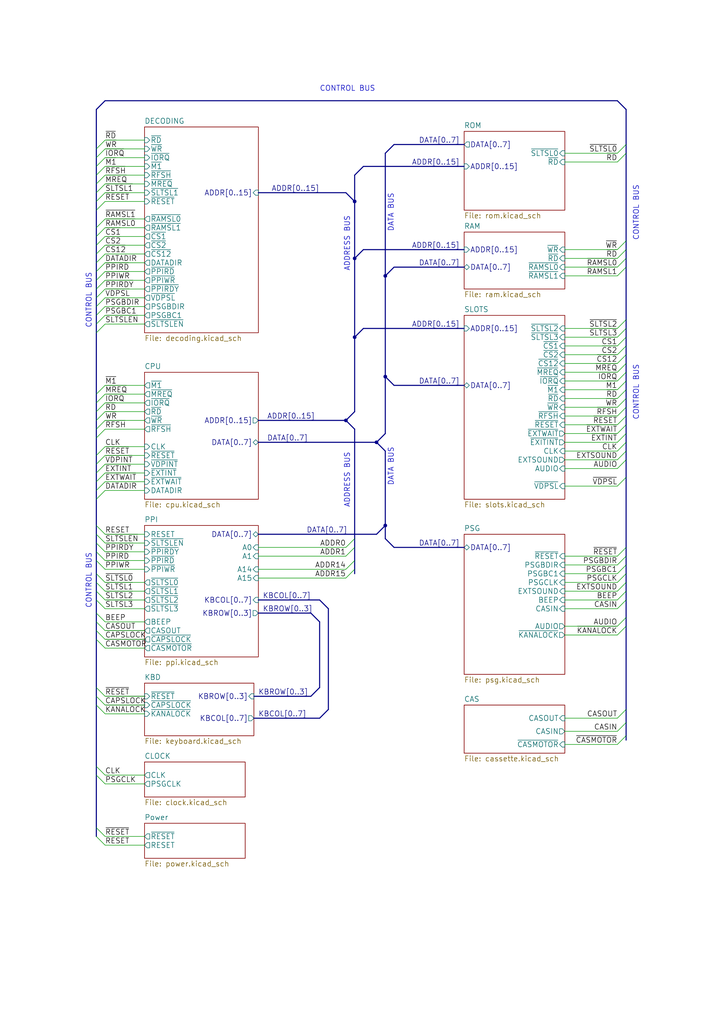
<source format=kicad_sch>
(kicad_sch (version 20211123) (generator eeschema)

  (uuid e63e39d7-6ac0-4ffd-8aa3-1841a4541b55)

  (paper "A4" portrait)

  (lib_symbols
  )


  (junction (at 100.33 121.92) (diameter 0) (color 0 0 0 0)
    (uuid 21baf089-0668-4767-b44b-1272d0a61348)
  )
  (junction (at 102.87 97.79) (diameter 0) (color 0 0 0 0)
    (uuid 25c3edd1-654a-424f-b192-1d4ebd3105bd)
  )
  (junction (at 111.76 80.01) (diameter 0) (color 0 0 0 0)
    (uuid 4ca656fa-7191-4256-9c54-82e6a0cbb5b4)
  )
  (junction (at 102.87 58.42) (diameter 0) (color 0 0 0 0)
    (uuid bb78bcc8-2207-436d-85e8-1a293d8d6b70)
  )
  (junction (at 102.87 74.93) (diameter 0) (color 0 0 0 0)
    (uuid cf6556fa-15b5-4ffd-9acb-fe480d703c43)
  )
  (junction (at 111.76 152.4) (diameter 0) (color 0 0 0 0)
    (uuid e3f12138-6632-405e-aba7-aaa8ec08b644)
  )
  (junction (at 111.76 109.22) (diameter 0) (color 0 0 0 0)
    (uuid e787f522-daba-4130-b443-190b5b855e39)
  )
  (junction (at 109.22 128.27) (diameter 0) (color 0 0 0 0)
    (uuid ee73db22-8c3f-4535-b1f1-24cf681a0352)
  )

  (bus_entry (at 179.07 215.9) (size 2.54 -2.54)
    (stroke (width 0) (type default) (color 0 0 0 0))
    (uuid 0217dfc4-fc13-4699-99ad-d9948522648e)
  )
  (bus_entry (at 30.48 50.8) (size -2.54 2.54)
    (stroke (width 0) (type default) (color 0 0 0 0))
    (uuid 0351df45-d042-41d4-ba35-88092c7be2fc)
  )
  (bus_entry (at 27.94 222.25) (size 2.54 2.54)
    (stroke (width 0) (type default) (color 0 0 0 0))
    (uuid 03caada9-9e22-4e2d-9035-b15433dfbb17)
  )
  (bus_entry (at 179.07 208.28) (size 2.54 -2.54)
    (stroke (width 0) (type default) (color 0 0 0 0))
    (uuid 057af6bb-cf6f-4bfb-b0c0-2e92a2c09a47)
  )
  (bus_entry (at 30.48 171.45) (size -2.54 -2.54)
    (stroke (width 0) (type default) (color 0 0 0 0))
    (uuid 0867287d-2e6a-4d69-a366-c29f88198f2b)
  )
  (bus_entry (at 30.48 66.04) (size -2.54 2.54)
    (stroke (width 0) (type default) (color 0 0 0 0))
    (uuid 097edb1b-8998-4e70-b670-bba125982348)
  )
  (bus_entry (at 181.61 77.47) (size -2.54 2.54)
    (stroke (width 0) (type default) (color 0 0 0 0))
    (uuid 099096e4-8c2a-4d84-a16f-06b4b6330e7a)
  )
  (bus_entry (at 181.61 125.73) (size -2.54 2.54)
    (stroke (width 0) (type default) (color 0 0 0 0))
    (uuid 0b21a65d-d20b-411e-920a-75c343ac5136)
  )
  (bus_entry (at 181.61 120.65) (size -2.54 2.54)
    (stroke (width 0) (type default) (color 0 0 0 0))
    (uuid 0eaa98f0-9565-4637-ace3-42a5231b07f7)
  )
  (bus_entry (at 181.61 166.37) (size -2.54 2.54)
    (stroke (width 0) (type default) (color 0 0 0 0))
    (uuid 0f54db53-a272-4955-88fb-d7ab00657bb0)
  )
  (bus_entry (at 30.48 48.26) (size -2.54 2.54)
    (stroke (width 0) (type default) (color 0 0 0 0))
    (uuid 101ef598-601d-400e-9ef6-d655fbb1dbfa)
  )
  (bus_entry (at 181.61 115.57) (size -2.54 2.54)
    (stroke (width 0) (type default) (color 0 0 0 0))
    (uuid 127679a9-3981-4934-815e-896a4e3ff56e)
  )
  (bus_entry (at 30.48 201.93) (size -2.54 -2.54)
    (stroke (width 0) (type default) (color 0 0 0 0))
    (uuid 15875808-74d5-4210-b8ca-aa8fbc04ae21)
  )
  (bus_entry (at 30.48 187.96) (size -2.54 -2.54)
    (stroke (width 0) (type default) (color 0 0 0 0))
    (uuid 173f6f06-e7d0-42ac-ab03-ce6b79b9eeee)
  )
  (bus_entry (at 181.61 123.19) (size -2.54 2.54)
    (stroke (width 0) (type default) (color 0 0 0 0))
    (uuid 181abe7a-f941-42b6-bd46-aaa3131f90fb)
  )
  (bus_entry (at 181.61 138.43) (size -2.54 2.54)
    (stroke (width 0) (type default) (color 0 0 0 0))
    (uuid 1a6d2848-e78e-49fe-8978-e1890f07836f)
  )
  (bus_entry (at 27.94 157.48) (size 2.54 2.54)
    (stroke (width 0) (type default) (color 0 0 0 0))
    (uuid 1b54105e-6590-4d26-a763-ecfcf81eedc4)
  )
  (bus_entry (at 30.48 182.88) (size -2.54 -2.54)
    (stroke (width 0) (type default) (color 0 0 0 0))
    (uuid 1d9cdadc-9036-4a95-b6db-fa7b3b74c869)
  )
  (bus_entry (at 27.94 242.57) (size 2.54 2.54)
    (stroke (width 0) (type default) (color 0 0 0 0))
    (uuid 1e8701fc-ad24-40ea-846a-e3db538d6077)
  )
  (bus_entry (at 30.48 68.58) (size -2.54 2.54)
    (stroke (width 0) (type default) (color 0 0 0 0))
    (uuid 21ae9c3a-7138-444e-be38-56a4842ab594)
  )
  (bus_entry (at 179.07 46.99) (size 2.54 -2.54)
    (stroke (width 0) (type default) (color 0 0 0 0))
    (uuid 2732632c-4768-42b6-bf7f-14643424019e)
  )
  (bus_entry (at 30.48 124.46) (size -2.54 2.54)
    (stroke (width 0) (type default) (color 0 0 0 0))
    (uuid 29256b3d-9450-4c0a-a4d4-911f04b9c140)
  )
  (bus_entry (at 30.48 111.76) (size -2.54 2.54)
    (stroke (width 0) (type default) (color 0 0 0 0))
    (uuid 2bef89de-08c7-4a13-9d85-67948d429ca0)
  )
  (bus_entry (at 30.48 63.5) (size -2.54 2.54)
    (stroke (width 0) (type default) (color 0 0 0 0))
    (uuid 2d67a417-188f-4014-9282-000265d80009)
  )
  (bus_entry (at 181.61 158.75) (size -2.54 2.54)
    (stroke (width 0) (type default) (color 0 0 0 0))
    (uuid 2d6db888-4e40-41c8-b701-07170fc894bc)
  )
  (bus_entry (at 30.48 86.36) (size -2.54 2.54)
    (stroke (width 0) (type default) (color 0 0 0 0))
    (uuid 2dc272bd-3aa2-45b5-889d-1d3c8aac80f8)
  )
  (bus_entry (at 181.61 102.87) (size -2.54 2.54)
    (stroke (width 0) (type default) (color 0 0 0 0))
    (uuid 30f15357-ce1d-48b9-93dc-7d9b1b2aa048)
  )
  (bus_entry (at 27.94 224.79) (size 2.54 2.54)
    (stroke (width 0) (type default) (color 0 0 0 0))
    (uuid 378af8b4-af3d-46e7-89ae-deff12ca9067)
  )
  (bus_entry (at 30.48 121.92) (size -2.54 2.54)
    (stroke (width 0) (type default) (color 0 0 0 0))
    (uuid 37e4dc66-4492-4061-908d-7213940a2ec3)
  )
  (bus_entry (at 181.61 128.27) (size -2.54 2.54)
    (stroke (width 0) (type default) (color 0 0 0 0))
    (uuid 3cd1bda0-18db-417d-b581-a0c50623df68)
  )
  (bus_entry (at 179.07 212.09) (size 2.54 -2.54)
    (stroke (width 0) (type default) (color 0 0 0 0))
    (uuid 3e903008-0276-4a73-8edb-5d9dfde6297c)
  )
  (bus_entry (at 181.61 97.79) (size -2.54 2.54)
    (stroke (width 0) (type default) (color 0 0 0 0))
    (uuid 44d8279a-9cd1-4db6-856f-0363131605fc)
  )
  (bus_entry (at 100.33 161.29) (size 2.54 -2.54)
    (stroke (width 0) (type default) (color 0 0 0 0))
    (uuid 4780a290-d25c-4459-9579-eba3f7678762)
  )
  (bus_entry (at 100.33 167.64) (size 2.54 -2.54)
    (stroke (width 0) (type default) (color 0 0 0 0))
    (uuid 4831966c-bb32-4bc8-a400-0382a02ffa1c)
  )
  (bus_entry (at 30.48 116.84) (size -2.54 2.54)
    (stroke (width 0) (type default) (color 0 0 0 0))
    (uuid 483f60da-14d7-4f88-8d01-3f9f30784c70)
  )
  (bus_entry (at 30.48 139.7) (size -2.54 2.54)
    (stroke (width 0) (type default) (color 0 0 0 0))
    (uuid 4dc6088c-89a5-4db7-b3ae-db4b6396ad49)
  )
  (bus_entry (at 181.61 92.71) (size -2.54 2.54)
    (stroke (width 0) (type default) (color 0 0 0 0))
    (uuid 4fb02e58-160a-4a39-9f22-d0c75e82ee72)
  )
  (bus_entry (at 181.61 105.41) (size -2.54 2.54)
    (stroke (width 0) (type default) (color 0 0 0 0))
    (uuid 54365317-1355-4216-bb75-829375abc4ec)
  )
  (bus_entry (at 181.61 72.39) (size -2.54 2.54)
    (stroke (width 0) (type default) (color 0 0 0 0))
    (uuid 5740c959-93d8-47fd-8f68-62f0109e753d)
  )
  (bus_entry (at 30.48 165.1) (size -2.54 -2.54)
    (stroke (width 0) (type default) (color 0 0 0 0))
    (uuid 5bcace5d-edd0-4e19-92d0-835e43cf8eb2)
  )
  (bus_entry (at 30.48 73.66) (size -2.54 2.54)
    (stroke (width 0) (type default) (color 0 0 0 0))
    (uuid 5ca4be1c-537e-4a4a-b344-d0c8ffde8546)
  )
  (bus_entry (at 30.48 55.88) (size -2.54 2.54)
    (stroke (width 0) (type default) (color 0 0 0 0))
    (uuid 6284122b-79c3-4e04-925e-3d32cc3ec077)
  )
  (bus_entry (at 30.48 91.44) (size -2.54 2.54)
    (stroke (width 0) (type default) (color 0 0 0 0))
    (uuid 644ae9fc-3c8e-4089-866e-a12bf371c3e9)
  )
  (bus_entry (at 30.48 157.48) (size -2.54 -2.54)
    (stroke (width 0) (type default) (color 0 0 0 0))
    (uuid 676efd2f-1c48-4786-9e4b-2444f1e8f6ff)
  )
  (bus_entry (at 30.48 114.3) (size -2.54 2.54)
    (stroke (width 0) (type default) (color 0 0 0 0))
    (uuid 6ca3c38c-4e71-4202-b6c1-1b25f04a27ae)
  )
  (bus_entry (at 181.61 118.11) (size -2.54 2.54)
    (stroke (width 0) (type default) (color 0 0 0 0))
    (uuid 704d6d51-bb34-4cbf-83d8-841e208048d8)
  )
  (bus_entry (at 181.61 113.03) (size -2.54 2.54)
    (stroke (width 0) (type default) (color 0 0 0 0))
    (uuid 716e31c5-485f-40b5-88e3-a75900da9811)
  )
  (bus_entry (at 30.48 173.99) (size -2.54 -2.54)
    (stroke (width 0) (type default) (color 0 0 0 0))
    (uuid 75286985-9fa5-4d30-89c5-493b6e63cd66)
  )
  (bus_entry (at 30.48 176.53) (size -2.54 -2.54)
    (stroke (width 0) (type default) (color 0 0 0 0))
    (uuid 78f88cf6-751c-4e9b-ae75-fb8b6d44ff39)
  )
  (bus_entry (at 181.61 181.61) (size -2.54 2.54)
    (stroke (width 0) (type default) (color 0 0 0 0))
    (uuid 7b044939-8c4d-444f-b9e0-a15fcdeb5a86)
  )
  (bus_entry (at 30.48 71.12) (size -2.54 2.54)
    (stroke (width 0) (type default) (color 0 0 0 0))
    (uuid 7cee474b-af8f-4832-b07a-c43c1ab0b464)
  )
  (bus_entry (at 30.48 40.64) (size -2.54 2.54)
    (stroke (width 0) (type default) (color 0 0 0 0))
    (uuid 7d928d56-093a-4ca8-aed1-414b7e703b45)
  )
  (bus_entry (at 181.61 171.45) (size -2.54 2.54)
    (stroke (width 0) (type default) (color 0 0 0 0))
    (uuid 7edc9030-db7b-43ac-a1b3-b87eeacb4c2d)
  )
  (bus_entry (at 30.48 83.82) (size -2.54 2.54)
    (stroke (width 0) (type default) (color 0 0 0 0))
    (uuid 7f2301df-e4bc-479e-a681-cc59c9a2dbbb)
  )
  (bus_entry (at 30.48 81.28) (size -2.54 2.54)
    (stroke (width 0) (type default) (color 0 0 0 0))
    (uuid 8087f566-a94d-4bbc-985b-e49ee7762296)
  )
  (bus_entry (at 179.07 44.45) (size 2.54 -2.54)
    (stroke (width 0) (type default) (color 0 0 0 0))
    (uuid 854dd5d4-5fd2-4730-bd49-a9cd8299a065)
  )
  (bus_entry (at 30.48 154.94) (size -2.54 -2.54)
    (stroke (width 0) (type default) (color 0 0 0 0))
    (uuid 8c514922-ffe1-4e37-a260-e807409f2e0d)
  )
  (bus_entry (at 181.61 173.99) (size -2.54 2.54)
    (stroke (width 0) (type default) (color 0 0 0 0))
    (uuid 8c6a821f-8e19-48f3-8f44-9b340f7689bc)
  )
  (bus_entry (at 181.61 133.35) (size -2.54 2.54)
    (stroke (width 0) (type default) (color 0 0 0 0))
    (uuid 8e06ba1f-e3ba-4eb9-a10e-887dffd566d6)
  )
  (bus_entry (at 30.48 132.08) (size -2.54 2.54)
    (stroke (width 0) (type default) (color 0 0 0 0))
    (uuid 909b030b-fa1a-4fe8-b1ee-422b4d9e23cf)
  )
  (bus_entry (at 30.48 134.62) (size -2.54 2.54)
    (stroke (width 0) (type default) (color 0 0 0 0))
    (uuid 936e2ca6-11ae-4f42-9128-52bb329f3d21)
  )
  (bus_entry (at 181.61 130.81) (size -2.54 2.54)
    (stroke (width 0) (type default) (color 0 0 0 0))
    (uuid 94a873dc-af67-4ef9-8159-1f7c93eeb3d7)
  )
  (bus_entry (at 27.94 177.8) (size 2.54 2.54)
    (stroke (width 0) (type default) (color 0 0 0 0))
    (uuid 9b0a1687-7e1b-4a04-a30b-c27a072a2949)
  )
  (bus_entry (at 181.61 107.95) (size -2.54 2.54)
    (stroke (width 0) (type default) (color 0 0 0 0))
    (uuid a3e4f0ae-9f86-49e9-b386-ed8b42e012fb)
  )
  (bus_entry (at 30.48 207.01) (size -2.54 -2.54)
    (stroke (width 0) (type default) (color 0 0 0 0))
    (uuid a5e521b9-814e-4853-a5ac-f158785c6269)
  )
  (bus_entry (at 181.61 110.49) (size -2.54 2.54)
    (stroke (width 0) (type default) (color 0 0 0 0))
    (uuid a690fc6c-55d9-47e6-b533-faa4b67e20f3)
  )
  (bus_entry (at 30.48 45.72) (size -2.54 2.54)
    (stroke (width 0) (type default) (color 0 0 0 0))
    (uuid abe07c9a-17c3-43b5-b7a6-ae867ac27ea7)
  )
  (bus_entry (at 30.48 168.91) (size -2.54 -2.54)
    (stroke (width 0) (type default) (color 0 0 0 0))
    (uuid afd3dbad-e7a8-4e4c-b77c-4065a69aefa2)
  )
  (bus_entry (at 30.48 58.42) (size -2.54 2.54)
    (stroke (width 0) (type default) (color 0 0 0 0))
    (uuid b1c649b1-f44d-46c7-9dea-818e75a1b87e)
  )
  (bus_entry (at 30.48 93.98) (size -2.54 2.54)
    (stroke (width 0) (type default) (color 0 0 0 0))
    (uuid b447dbb1-d38e-4a15-93cb-12c25382ea53)
  )
  (bus_entry (at 181.61 161.29) (size -2.54 2.54)
    (stroke (width 0) (type default) (color 0 0 0 0))
    (uuid b5352a33-563a-4ffe-a231-2e68fb54afa3)
  )
  (bus_entry (at 181.61 69.85) (size -2.54 2.54)
    (stroke (width 0) (type default) (color 0 0 0 0))
    (uuid b6bcc3cf-50de-4a33-bc41-678825c1ecf2)
  )
  (bus_entry (at 30.48 76.2) (size -2.54 2.54)
    (stroke (width 0) (type default) (color 0 0 0 0))
    (uuid b7199d9b-bebb-4100-9ad3-c2bd31e21d65)
  )
  (bus_entry (at 30.48 162.56) (size -2.54 -2.54)
    (stroke (width 0) (type default) (color 0 0 0 0))
    (uuid bd065eaf-e495-4837-bdb3-129934de1fc7)
  )
  (bus_entry (at 181.61 168.91) (size -2.54 2.54)
    (stroke (width 0) (type default) (color 0 0 0 0))
    (uuid bdc7face-9f7c-4701-80bb-4cc144448db1)
  )
  (bus_entry (at 30.48 204.47) (size -2.54 -2.54)
    (stroke (width 0) (type default) (color 0 0 0 0))
    (uuid be645d0f-8568-47a0-a152-e3ddd33563eb)
  )
  (bus_entry (at 181.61 163.83) (size -2.54 2.54)
    (stroke (width 0) (type default) (color 0 0 0 0))
    (uuid bfc0aadc-38cf-466e-a642-68fdc3138c78)
  )
  (bus_entry (at 181.61 74.93) (size -2.54 2.54)
    (stroke (width 0) (type default) (color 0 0 0 0))
    (uuid c3c93de0-69b1-4a04-8e0b-d78caf487c63)
  )
  (bus_entry (at 27.94 240.03) (size 2.54 2.54)
    (stroke (width 0) (type default) (color 0 0 0 0))
    (uuid c43663ee-9a0d-4f27-a292-89ba89964065)
  )
  (bus_entry (at 30.48 129.54) (size -2.54 2.54)
    (stroke (width 0) (type default) (color 0 0 0 0))
    (uuid cbc539d2-6a10-4052-9b7a-f10326dcac67)
  )
  (bus_entry (at 181.61 179.07) (size -2.54 2.54)
    (stroke (width 0) (type default) (color 0 0 0 0))
    (uuid cbd8faed-e1f8-4406-87c8-58b2c504a5d4)
  )
  (bus_entry (at 30.48 88.9) (size -2.54 2.54)
    (stroke (width 0) (type default) (color 0 0 0 0))
    (uuid d0d2eee9-31f6-44fa-8149-ebb4dc2dc0dc)
  )
  (bus_entry (at 30.48 185.42) (size -2.54 -2.54)
    (stroke (width 0) (type default) (color 0 0 0 0))
    (uuid d5b800ca-1ab6-4b66-b5f7-2dda5658b504)
  )
  (bus_entry (at 181.61 100.33) (size -2.54 2.54)
    (stroke (width 0) (type default) (color 0 0 0 0))
    (uuid d8603679-3e7b-4337-8dbc-1827f5f54d8a)
  )
  (bus_entry (at 30.48 142.24) (size -2.54 2.54)
    (stroke (width 0) (type default) (color 0 0 0 0))
    (uuid db36f6e3-e72a-487f-bda9-88cc84536f62)
  )
  (bus_entry (at 100.33 158.75) (size 2.54 -2.54)
    (stroke (width 0) (type default) (color 0 0 0 0))
    (uuid df68c26a-03b5-4466-aecf-ba34b7dce6b7)
  )
  (bus_entry (at 100.33 165.1) (size 2.54 -2.54)
    (stroke (width 0) (type default) (color 0 0 0 0))
    (uuid e25ce415-914a-48fe-bf09-324317917b2e)
  )
  (bus_entry (at 30.48 43.18) (size -2.54 2.54)
    (stroke (width 0) (type default) (color 0 0 0 0))
    (uuid e6b860cc-cb76-4220-acfb-68f1eb348bfa)
  )
  (bus_entry (at 30.48 137.16) (size -2.54 2.54)
    (stroke (width 0) (type default) (color 0 0 0 0))
    (uuid ebadd2a5-21ab-4a7e-b5bc-6f737367e560)
  )
  (bus_entry (at 181.61 95.25) (size -2.54 2.54)
    (stroke (width 0) (type default) (color 0 0 0 0))
    (uuid ef8fe2ac-6a7f-4682-9418-b801a1b10a3b)
  )
  (bus_entry (at 30.48 78.74) (size -2.54 2.54)
    (stroke (width 0) (type default) (color 0 0 0 0))
    (uuid f202141e-c20d-4cac-b016-06a44f2ecce8)
  )
  (bus_entry (at 30.48 53.34) (size -2.54 2.54)
    (stroke (width 0) (type default) (color 0 0 0 0))
    (uuid f40d350f-0d3e-4f8a-b004-d950f2f8f1ba)
  )
  (bus_entry (at 30.48 119.38) (size -2.54 2.54)
    (stroke (width 0) (type default) (color 0 0 0 0))
    (uuid fb03d859-dcc9-4533-b352-64830e0e5423)
  )

  (wire (pts (xy 179.07 215.9) (xy 163.83 215.9))
    (stroke (width 0) (type default) (color 0 0 0 0))
    (uuid 0325ec43-0390-4ae2-b055-b1ec6ce17b1c)
  )
  (bus (pts (xy 27.94 73.66) (xy 27.94 76.2))
    (stroke (width 0) (type default) (color 0 0 0 0))
    (uuid 050c5cda-66b9-4037-847e-1cf26f1838cf)
  )
  (bus (pts (xy 181.61 92.71) (xy 181.61 95.25))
    (stroke (width 0) (type default) (color 0 0 0 0))
    (uuid 06bea721-6e44-443f-a10b-fdb382354c72)
  )
  (bus (pts (xy 181.61 163.83) (xy 181.61 166.37))
    (stroke (width 0) (type default) (color 0 0 0 0))
    (uuid 08def91c-96a1-4452-a029-3015fe0a2365)
  )

  (wire (pts (xy 30.48 201.93) (xy 41.91 201.93))
    (stroke (width 0) (type default) (color 0 0 0 0))
    (uuid 0a3cc030-c9dd-4d74-9d50-715ed2b361a2)
  )
  (bus (pts (xy 111.76 80.01) (xy 114.3 77.47))
    (stroke (width 0) (type default) (color 0 0 0 0))
    (uuid 0c64a8a2-476d-4ce5-9a4f-cce66f41d837)
  )

  (wire (pts (xy 179.07 77.47) (xy 163.83 77.47))
    (stroke (width 0) (type default) (color 0 0 0 0))
    (uuid 0d35483a-0b12-46cc-b9f2-896fd6831779)
  )
  (bus (pts (xy 27.94 201.93) (xy 27.94 204.47))
    (stroke (width 0) (type default) (color 0 0 0 0))
    (uuid 0dd8a88a-3c85-402b-a2dd-d98bc5ddbd5e)
  )

  (wire (pts (xy 163.83 123.19) (xy 179.07 123.19))
    (stroke (width 0) (type default) (color 0 0 0 0))
    (uuid 0f22151c-f260-4674-b486-4710a2c42a55)
  )
  (wire (pts (xy 30.48 224.79) (xy 41.91 224.79))
    (stroke (width 0) (type default) (color 0 0 0 0))
    (uuid 0ff508fd-18da-4ab7-9844-3c8a28c2587e)
  )
  (bus (pts (xy 109.22 154.94) (xy 111.76 152.4))
    (stroke (width 0) (type default) (color 0 0 0 0))
    (uuid 111becb9-cb80-417e-8fbe-97b6e8030333)
  )
  (bus (pts (xy 27.94 240.03) (xy 27.94 242.57))
    (stroke (width 0) (type default) (color 0 0 0 0))
    (uuid 11fed0fd-e478-4d70-a2a4-ec27e972ebf4)
  )

  (wire (pts (xy 179.07 140.97) (xy 163.83 140.97))
    (stroke (width 0) (type default) (color 0 0 0 0))
    (uuid 12422a89-3d0c-485c-9386-f77121fd68fd)
  )
  (wire (pts (xy 30.48 227.33) (xy 41.91 227.33))
    (stroke (width 0) (type default) (color 0 0 0 0))
    (uuid 13c0ff76-ed71-4cd9-abb0-92c376825d5d)
  )
  (wire (pts (xy 30.48 162.56) (xy 41.91 162.56))
    (stroke (width 0) (type default) (color 0 0 0 0))
    (uuid 14769dc5-8525-4984-8b15-a734ee247efa)
  )
  (wire (pts (xy 30.48 53.34) (xy 41.91 53.34))
    (stroke (width 0) (type default) (color 0 0 0 0))
    (uuid 14c51520-6d91-4098-a59a-5121f2a898f7)
  )
  (bus (pts (xy 105.41 72.39) (xy 134.62 72.39))
    (stroke (width 0) (type default) (color 0 0 0 0))
    (uuid 15fe8f3d-6077-4e0e-81d0-8ec3f4538981)
  )
  (bus (pts (xy 105.41 48.26) (xy 102.87 50.8))
    (stroke (width 0) (type default) (color 0 0 0 0))
    (uuid 165068c6-cae0-4fb2-b201-2f3f8a0b28a0)
  )

  (wire (pts (xy 30.48 76.2) (xy 41.91 76.2))
    (stroke (width 0) (type default) (color 0 0 0 0))
    (uuid 16a9ae8c-3ad2-439b-8efe-377c994670c7)
  )
  (bus (pts (xy 27.94 116.84) (xy 27.94 119.38))
    (stroke (width 0) (type default) (color 0 0 0 0))
    (uuid 17bfb2da-c5fc-4e07-91e1-b9c5ab3fe262)
  )

  (wire (pts (xy 179.07 120.65) (xy 163.83 120.65))
    (stroke (width 0) (type default) (color 0 0 0 0))
    (uuid 1831fb37-1c5d-42c4-b898-151be6fca9dc)
  )
  (wire (pts (xy 41.91 165.1) (xy 30.48 165.1))
    (stroke (width 0) (type default) (color 0 0 0 0))
    (uuid 19c56563-5fe3-442a-885b-418dbc2421eb)
  )
  (bus (pts (xy 179.07 29.21) (xy 181.61 31.75))
    (stroke (width 0) (type default) (color 0 0 0 0))
    (uuid 1a8a76a0-6023-468a-bf57-4aeb52d09b1d)
  )
  (bus (pts (xy 27.94 134.62) (xy 27.94 137.16))
    (stroke (width 0) (type default) (color 0 0 0 0))
    (uuid 1ae937f3-6362-41be-91e8-31a4c41cd4db)
  )
  (bus (pts (xy 100.33 121.92) (xy 102.87 124.46))
    (stroke (width 0) (type default) (color 0 0 0 0))
    (uuid 1df88bde-ee9c-4b31-90f5-5e91fa88d17a)
  )

  (wire (pts (xy 179.07 100.33) (xy 163.83 100.33))
    (stroke (width 0) (type default) (color 0 0 0 0))
    (uuid 1e1b062d-fad0-427c-a622-c5b8a80b5268)
  )
  (wire (pts (xy 30.48 88.9) (xy 41.91 88.9))
    (stroke (width 0) (type default) (color 0 0 0 0))
    (uuid 1e518c2a-4cb7-4599-a1fa-5b9f847da7d3)
  )
  (bus (pts (xy 27.94 91.44) (xy 27.94 93.98))
    (stroke (width 0) (type default) (color 0 0 0 0))
    (uuid 201d8130-4090-4b9e-92e2-27643553a176)
  )
  (bus (pts (xy 90.17 201.93) (xy 92.71 199.39))
    (stroke (width 0) (type default) (color 0 0 0 0))
    (uuid 2022f2c2-2d52-4762-8871-c3aaafed73b6)
  )

  (wire (pts (xy 41.91 119.38) (xy 30.48 119.38))
    (stroke (width 0) (type default) (color 0 0 0 0))
    (uuid 213a2af1-412b-47f4-ab3b-c5f43b6be7a6)
  )
  (bus (pts (xy 27.94 81.28) (xy 27.94 83.82))
    (stroke (width 0) (type default) (color 0 0 0 0))
    (uuid 21a1c133-f7c0-4c55-bfae-87489f29c903)
  )
  (bus (pts (xy 181.61 113.03) (xy 181.61 115.57))
    (stroke (width 0) (type default) (color 0 0 0 0))
    (uuid 21ae025c-519f-452f-85f8-6c4a5765c910)
  )
  (bus (pts (xy 181.61 31.75) (xy 181.61 41.91))
    (stroke (width 0) (type default) (color 0 0 0 0))
    (uuid 22999e73-da32-43a5-9163-4b3a41614f25)
  )

  (wire (pts (xy 179.07 181.61) (xy 163.83 181.61))
    (stroke (width 0) (type default) (color 0 0 0 0))
    (uuid 240e07e1-770b-4b27-894f-29fd601c924d)
  )
  (wire (pts (xy 30.48 182.88) (xy 41.91 182.88))
    (stroke (width 0) (type default) (color 0 0 0 0))
    (uuid 24f7628d-681d-4f0e-8409-40a129e929d9)
  )
  (wire (pts (xy 30.48 242.57) (xy 41.91 242.57))
    (stroke (width 0) (type default) (color 0 0 0 0))
    (uuid 25d545dc-8f50-4573-922c-35ef5a2a3a19)
  )
  (bus (pts (xy 181.61 72.39) (xy 181.61 74.93))
    (stroke (width 0) (type default) (color 0 0 0 0))
    (uuid 274465f0-41e7-4702-aa90-f3037c193441)
  )

  (wire (pts (xy 163.83 130.81) (xy 179.07 130.81))
    (stroke (width 0) (type default) (color 0 0 0 0))
    (uuid 29e78086-2175-405e-9ba3-c48766d2f50c)
  )
  (bus (pts (xy 111.76 156.21) (xy 114.3 158.75))
    (stroke (width 0) (type default) (color 0 0 0 0))
    (uuid 2ab6f680-d446-4f8f-9f8c-8ce4722c87d3)
  )
  (bus (pts (xy 181.61 95.25) (xy 181.61 97.79))
    (stroke (width 0) (type default) (color 0 0 0 0))
    (uuid 2bf57d54-6508-4cde-9868-7d1a1f902503)
  )
  (bus (pts (xy 27.94 127) (xy 27.94 132.08))
    (stroke (width 0) (type default) (color 0 0 0 0))
    (uuid 2bfcf6e0-11c2-44b1-80ee-745466c52dd6)
  )
  (bus (pts (xy 27.94 222.25) (xy 27.94 224.79))
    (stroke (width 0) (type default) (color 0 0 0 0))
    (uuid 2c9e77bc-a78b-4385-bbfd-f567e0df96c3)
  )
  (bus (pts (xy 27.94 154.94) (xy 27.94 157.48))
    (stroke (width 0) (type default) (color 0 0 0 0))
    (uuid 2cd5ef3f-7192-4e09-8416-f9427ed5ab4b)
  )
  (bus (pts (xy 27.94 199.39) (xy 27.94 201.93))
    (stroke (width 0) (type default) (color 0 0 0 0))
    (uuid 2db73e12-8d55-4c9f-9111-06321ff1bf3b)
  )
  (bus (pts (xy 181.61 209.55) (xy 181.61 213.36))
    (stroke (width 0) (type default) (color 0 0 0 0))
    (uuid 2e74c5cf-df21-4ecb-90c2-e2781152c95b)
  )
  (bus (pts (xy 92.71 180.34) (xy 92.71 199.39))
    (stroke (width 0) (type default) (color 0 0 0 0))
    (uuid 2e842263-c0ba-46fd-a760-6624d4c78278)
  )

  (wire (pts (xy 30.48 204.47) (xy 41.91 204.47))
    (stroke (width 0) (type default) (color 0 0 0 0))
    (uuid 309b3bff-19c8-41ec-a84d-63399c649f46)
  )
  (bus (pts (xy 27.94 78.74) (xy 27.94 81.28))
    (stroke (width 0) (type default) (color 0 0 0 0))
    (uuid 3179ef1b-faa6-4773-ac15-5874e7722161)
  )

  (wire (pts (xy 179.07 166.37) (xy 163.83 166.37))
    (stroke (width 0) (type default) (color 0 0 0 0))
    (uuid 31e08896-1992-4725-96d9-9d2728bca7a3)
  )
  (bus (pts (xy 27.94 86.36) (xy 27.94 88.9))
    (stroke (width 0) (type default) (color 0 0 0 0))
    (uuid 33a21ba8-7858-449f-82f5-cbfa2271ef38)
  )
  (bus (pts (xy 102.87 165.1) (xy 102.87 166.37))
    (stroke (width 0) (type default) (color 0 0 0 0))
    (uuid 33dd8803-71f2-44bd-b4cc-8dfca4a89608)
  )

  (wire (pts (xy 179.07 80.01) (xy 163.83 80.01))
    (stroke (width 0) (type default) (color 0 0 0 0))
    (uuid 34a74736-156e-4bf3-9200-cd137cfa59da)
  )
  (bus (pts (xy 105.41 95.25) (xy 134.62 95.25))
    (stroke (width 0) (type default) (color 0 0 0 0))
    (uuid 35a9f71f-ba35-47f6-814e-4106ac36c51e)
  )

  (wire (pts (xy 30.48 93.98) (xy 41.91 93.98))
    (stroke (width 0) (type default) (color 0 0 0 0))
    (uuid 37e8181c-a81e-498b-b2e2-0aef0c391059)
  )
  (bus (pts (xy 102.87 156.21) (xy 102.87 158.75))
    (stroke (width 0) (type default) (color 0 0 0 0))
    (uuid 397c7179-11c5-4ba2-8026-b27a0edfc173)
  )
  (bus (pts (xy 181.61 105.41) (xy 181.61 107.95))
    (stroke (width 0) (type default) (color 0 0 0 0))
    (uuid 39dd4899-db7b-4f42-9636-f6aaf1c5eb3e)
  )

  (wire (pts (xy 30.48 91.44) (xy 41.91 91.44))
    (stroke (width 0) (type default) (color 0 0 0 0))
    (uuid 3a52f112-cb97-43db-aaeb-20afe27664d7)
  )
  (bus (pts (xy 102.87 158.75) (xy 102.87 162.56))
    (stroke (width 0) (type default) (color 0 0 0 0))
    (uuid 3aa9856c-47e9-4ecc-b55c-c27c5da2092b)
  )

  (wire (pts (xy 179.07 95.25) (xy 163.83 95.25))
    (stroke (width 0) (type default) (color 0 0 0 0))
    (uuid 3b838d52-596d-4e4d-a6ac-e4c8e7621137)
  )
  (bus (pts (xy 27.94 76.2) (xy 27.94 78.74))
    (stroke (width 0) (type default) (color 0 0 0 0))
    (uuid 3b87441e-9545-4daa-bf5c-0e30f2dd4c01)
  )
  (bus (pts (xy 181.61 74.93) (xy 181.61 77.47))
    (stroke (width 0) (type default) (color 0 0 0 0))
    (uuid 3ba82779-31bf-4934-9ae9-ede599803b0b)
  )
  (bus (pts (xy 181.61 173.99) (xy 181.61 179.07))
    (stroke (width 0) (type default) (color 0 0 0 0))
    (uuid 403f035e-89c7-4267-bc39-540407f9432f)
  )
  (bus (pts (xy 27.94 173.99) (xy 27.94 177.8))
    (stroke (width 0) (type default) (color 0 0 0 0))
    (uuid 4118ca42-cbf5-4007-8f00-3c853caebfae)
  )

  (wire (pts (xy 41.91 176.53) (xy 30.48 176.53))
    (stroke (width 0) (type default) (color 0 0 0 0))
    (uuid 417f13e4-c121-485a-a6b5-8b55e70350b8)
  )
  (wire (pts (xy 41.91 124.46) (xy 30.48 124.46))
    (stroke (width 0) (type default) (color 0 0 0 0))
    (uuid 43891a3c-749f-498d-ba99-685a27689b0d)
  )
  (bus (pts (xy 92.71 173.99) (xy 95.25 176.53))
    (stroke (width 0) (type default) (color 0 0 0 0))
    (uuid 461c24bd-c29b-4d81-bd76-c5414eb04a70)
  )
  (bus (pts (xy 181.61 102.87) (xy 181.61 105.41))
    (stroke (width 0) (type default) (color 0 0 0 0))
    (uuid 468f1465-a526-429e-822b-774275d0ce38)
  )

  (wire (pts (xy 30.48 63.5) (xy 41.91 63.5))
    (stroke (width 0) (type default) (color 0 0 0 0))
    (uuid 477311b9-8f81-40c8-9c55-fd87e287247a)
  )
  (wire (pts (xy 179.07 44.45) (xy 163.83 44.45))
    (stroke (width 0) (type default) (color 0 0 0 0))
    (uuid 48f827a8-6e22-4a2e-abdc-c2a03098d883)
  )
  (wire (pts (xy 179.07 173.99) (xy 163.83 173.99))
    (stroke (width 0) (type default) (color 0 0 0 0))
    (uuid 4a4ec8d9-3d72-4952-83d4-808f65849a2b)
  )
  (bus (pts (xy 27.94 224.79) (xy 27.94 240.03))
    (stroke (width 0) (type default) (color 0 0 0 0))
    (uuid 4d24f783-afb0-42a0-9683-e8b59325e024)
  )

  (wire (pts (xy 100.33 165.1) (xy 74.93 165.1))
    (stroke (width 0) (type default) (color 0 0 0 0))
    (uuid 4d4b0fcd-2c79-4fc3-b5fa-7a0741601344)
  )
  (wire (pts (xy 30.48 129.54) (xy 41.91 129.54))
    (stroke (width 0) (type default) (color 0 0 0 0))
    (uuid 4d609e7c-74c9-4ae9-a26d-946ff00c167d)
  )
  (bus (pts (xy 181.61 133.35) (xy 181.61 138.43))
    (stroke (width 0) (type default) (color 0 0 0 0))
    (uuid 4de616e9-df97-4be5-8245-b4f9a1bccef4)
  )
  (bus (pts (xy 27.94 152.4) (xy 27.94 154.94))
    (stroke (width 0) (type default) (color 0 0 0 0))
    (uuid 4eea8901-693e-4bab-9813-6b166be4ff8f)
  )
  (bus (pts (xy 27.94 160.02) (xy 27.94 162.56))
    (stroke (width 0) (type default) (color 0 0 0 0))
    (uuid 4f6aa278-908b-4606-ab16-3f89a1d8ebf8)
  )

  (wire (pts (xy 179.07 102.87) (xy 163.83 102.87))
    (stroke (width 0) (type default) (color 0 0 0 0))
    (uuid 5038e144-5119-49db-b6cf-f7c345f1cf03)
  )
  (bus (pts (xy 27.94 96.52) (xy 27.94 114.3))
    (stroke (width 0) (type default) (color 0 0 0 0))
    (uuid 50e2510b-285f-450d-924c-851068760a2c)
  )
  (bus (pts (xy 181.61 171.45) (xy 181.61 173.99))
    (stroke (width 0) (type default) (color 0 0 0 0))
    (uuid 5112e7ff-94f4-4953-9b3b-e89ab066bf44)
  )

  (wire (pts (xy 30.48 78.74) (xy 41.91 78.74))
    (stroke (width 0) (type default) (color 0 0 0 0))
    (uuid 5114c7bf-b955-49f3-a0a8-4b954c81bde0)
  )
  (wire (pts (xy 179.07 161.29) (xy 163.83 161.29))
    (stroke (width 0) (type default) (color 0 0 0 0))
    (uuid 5528bcad-2950-4673-90eb-c37e6952c475)
  )
  (bus (pts (xy 27.94 132.08) (xy 27.94 134.62))
    (stroke (width 0) (type default) (color 0 0 0 0))
    (uuid 55a4aa31-3b32-463a-ba6d-3748b48c1bb5)
  )
  (bus (pts (xy 181.61 100.33) (xy 181.61 102.87))
    (stroke (width 0) (type default) (color 0 0 0 0))
    (uuid 5606c2c9-8d20-49a7-a220-882fb12b6de9)
  )

  (wire (pts (xy 30.48 71.12) (xy 41.91 71.12))
    (stroke (width 0) (type default) (color 0 0 0 0))
    (uuid 57c0c267-8bf9-4cc7-b734-d71a239ac313)
  )
  (bus (pts (xy 27.94 168.91) (xy 27.94 171.45))
    (stroke (width 0) (type default) (color 0 0 0 0))
    (uuid 593b6382-e8d0-4286-af7e-c963ce1047fa)
  )
  (bus (pts (xy 74.93 55.88) (xy 100.33 55.88))
    (stroke (width 0) (type default) (color 0 0 0 0))
    (uuid 5b34a16c-5a14-4291-8242-ea6d6ac54372)
  )
  (bus (pts (xy 27.94 31.75) (xy 30.48 29.21))
    (stroke (width 0) (type default) (color 0 0 0 0))
    (uuid 5df1d574-4ca4-471a-801a-bb2b89833513)
  )
  (bus (pts (xy 27.94 185.42) (xy 27.94 199.39))
    (stroke (width 0) (type default) (color 0 0 0 0))
    (uuid 5e131de0-59dd-4487-8337-de0dce828791)
  )
  (bus (pts (xy 111.76 130.81) (xy 111.76 152.4))
    (stroke (width 0) (type default) (color 0 0 0 0))
    (uuid 5edcefbe-9766-42c8-9529-28d0ec865573)
  )
  (bus (pts (xy 181.61 205.74) (xy 181.61 209.55))
    (stroke (width 0) (type default) (color 0 0 0 0))
    (uuid 5f30f18a-2eb5-4274-9d3d-af9601238118)
  )
  (bus (pts (xy 111.76 109.22) (xy 114.3 111.76))
    (stroke (width 0) (type default) (color 0 0 0 0))
    (uuid 5fc32f47-b50c-49bd-8a82-dd68c0426109)
  )
  (bus (pts (xy 27.94 48.26) (xy 27.94 50.8))
    (stroke (width 0) (type default) (color 0 0 0 0))
    (uuid 609bf8a4-4bf1-44f9-81ae-3e0378237a17)
  )
  (bus (pts (xy 102.87 162.56) (xy 102.87 165.1))
    (stroke (width 0) (type default) (color 0 0 0 0))
    (uuid 611b89fe-c54b-4f54-9b17-d4142ae633a4)
  )

  (wire (pts (xy 30.48 111.76) (xy 41.91 111.76))
    (stroke (width 0) (type default) (color 0 0 0 0))
    (uuid 6199bec7-e7eb-4ae0-b9ec-c563e157d635)
  )
  (bus (pts (xy 181.61 168.91) (xy 181.61 171.45))
    (stroke (width 0) (type default) (color 0 0 0 0))
    (uuid 633ef1d6-5811-4caa-b46b-b2c44b20f0ff)
  )

  (wire (pts (xy 179.07 212.09) (xy 163.83 212.09))
    (stroke (width 0) (type default) (color 0 0 0 0))
    (uuid 6475547d-3216-45a4-a15c-48314f1dd0f9)
  )
  (wire (pts (xy 30.48 86.36) (xy 41.91 86.36))
    (stroke (width 0) (type default) (color 0 0 0 0))
    (uuid 65134029-dbd2-409a-85a8-13c2a33ff019)
  )
  (wire (pts (xy 30.48 48.26) (xy 41.91 48.26))
    (stroke (width 0) (type default) (color 0 0 0 0))
    (uuid 6595b9c7-02ee-4647-bde5-6b566e35163e)
  )
  (wire (pts (xy 179.07 163.83) (xy 163.83 163.83))
    (stroke (width 0) (type default) (color 0 0 0 0))
    (uuid 66043bca-a260-4915-9fce-8a51d324c687)
  )
  (wire (pts (xy 30.48 66.04) (xy 41.91 66.04))
    (stroke (width 0) (type default) (color 0 0 0 0))
    (uuid 67763d19-f622-4e1e-81e5-5b24da7c3f99)
  )
  (wire (pts (xy 30.48 58.42) (xy 41.91 58.42))
    (stroke (width 0) (type default) (color 0 0 0 0))
    (uuid 6781326c-6e0d-4753-8f28-0f5c687e01f9)
  )
  (bus (pts (xy 27.94 50.8) (xy 27.94 53.34))
    (stroke (width 0) (type default) (color 0 0 0 0))
    (uuid 6a30c802-8cc9-40ef-a454-dc69fc466dc3)
  )

  (wire (pts (xy 163.83 110.49) (xy 179.07 110.49))
    (stroke (width 0) (type default) (color 0 0 0 0))
    (uuid 6a45789b-3855-401f-8139-3c734f7f52f9)
  )
  (bus (pts (xy 109.22 154.94) (xy 74.93 154.94))
    (stroke (width 0) (type default) (color 0 0 0 0))
    (uuid 6a780180-586a-4241-a52d-dc7a5ffcc966)
  )
  (bus (pts (xy 111.76 152.4) (xy 111.76 156.21))
    (stroke (width 0) (type default) (color 0 0 0 0))
    (uuid 6b179552-2c1c-4ec5-8670-a280b23b2966)
  )

  (wire (pts (xy 179.07 208.28) (xy 163.83 208.28))
    (stroke (width 0) (type default) (color 0 0 0 0))
    (uuid 6bfe5804-2ef9-4c65-b2a7-f01e4014370a)
  )
  (wire (pts (xy 30.48 73.66) (xy 41.91 73.66))
    (stroke (width 0) (type default) (color 0 0 0 0))
    (uuid 6c67e4f6-9d04-4539-b356-b76e915ce848)
  )
  (wire (pts (xy 179.07 107.95) (xy 163.83 107.95))
    (stroke (width 0) (type default) (color 0 0 0 0))
    (uuid 6c9b793c-e74d-4754-a2c0-901e73b26f1c)
  )
  (bus (pts (xy 102.87 58.42) (xy 102.87 74.93))
    (stroke (width 0) (type default) (color 0 0 0 0))
    (uuid 6d0c9227-9fa4-4fdd-a7a1-f5cf102ac4cd)
  )
  (bus (pts (xy 27.94 31.75) (xy 27.94 43.18))
    (stroke (width 0) (type default) (color 0 0 0 0))
    (uuid 6e68f0cd-800e-4167-9553-71fc59da1eeb)
  )
  (bus (pts (xy 27.94 166.37) (xy 27.94 168.91))
    (stroke (width 0) (type default) (color 0 0 0 0))
    (uuid 70379515-959d-4646-8467-4ecd8407148a)
  )
  (bus (pts (xy 92.71 173.99) (xy 74.93 173.99))
    (stroke (width 0) (type default) (color 0 0 0 0))
    (uuid 712d6a7d-2b62-464f-b745-fd2a6b0187f6)
  )
  (bus (pts (xy 102.87 74.93) (xy 105.41 72.39))
    (stroke (width 0) (type default) (color 0 0 0 0))
    (uuid 713f8bf8-d771-4862-bb18-7b6f3b027ba3)
  )

  (wire (pts (xy 30.48 40.64) (xy 41.91 40.64))
    (stroke (width 0) (type default) (color 0 0 0 0))
    (uuid 730b670c-9bcf-4dcd-9a8d-fcaa61fb0955)
  )
  (bus (pts (xy 114.3 111.76) (xy 134.62 111.76))
    (stroke (width 0) (type default) (color 0 0 0 0))
    (uuid 77ed3941-d133-4aef-a9af-5a39322d14eb)
  )

  (wire (pts (xy 41.91 132.08) (xy 30.48 132.08))
    (stroke (width 0) (type default) (color 0 0 0 0))
    (uuid 786b6072-5772-4bc1-8eeb-6c4e19f2a91b)
  )
  (wire (pts (xy 30.48 142.24) (xy 41.91 142.24))
    (stroke (width 0) (type default) (color 0 0 0 0))
    (uuid 789ca812-3e0c-4a3f-97bc-a916dd9bce80)
  )
  (bus (pts (xy 27.94 45.72) (xy 27.94 48.26))
    (stroke (width 0) (type default) (color 0 0 0 0))
    (uuid 79f4663e-6634-40d9-97a9-f02a99908fe7)
  )
  (bus (pts (xy 27.94 204.47) (xy 27.94 222.25))
    (stroke (width 0) (type default) (color 0 0 0 0))
    (uuid 7df80943-5e57-4498-aea6-993562316ae9)
  )

  (wire (pts (xy 179.07 135.89) (xy 163.83 135.89))
    (stroke (width 0) (type default) (color 0 0 0 0))
    (uuid 7e023245-2c2b-4e2b-bfb9-5d35176e88f2)
  )
  (wire (pts (xy 30.48 139.7) (xy 41.91 139.7))
    (stroke (width 0) (type default) (color 0 0 0 0))
    (uuid 7e08f2a4-63d6-468b-bd8b-ec607077e023)
  )
  (bus (pts (xy 181.61 138.43) (xy 181.61 158.75))
    (stroke (width 0) (type default) (color 0 0 0 0))
    (uuid 7f34b5b2-ee3d-4697-be45-f73e198e75ed)
  )

  (wire (pts (xy 30.48 116.84) (xy 41.91 116.84))
    (stroke (width 0) (type default) (color 0 0 0 0))
    (uuid 7f3eb118-a20c-4239-b800-c9211c66847d)
  )
  (wire (pts (xy 30.48 83.82) (xy 41.91 83.82))
    (stroke (width 0) (type default) (color 0 0 0 0))
    (uuid 7f52d787-caa3-4a92-b1b2-19d554dc29a4)
  )
  (bus (pts (xy 109.22 128.27) (xy 111.76 125.73))
    (stroke (width 0) (type default) (color 0 0 0 0))
    (uuid 7f5c5a33-bffa-44be-b723-f59e60ea9e4b)
  )
  (bus (pts (xy 111.76 44.45) (xy 114.3 41.91))
    (stroke (width 0) (type default) (color 0 0 0 0))
    (uuid 806b945e-fc59-4641-ae29-5257d31d3d70)
  )
  (bus (pts (xy 105.41 48.26) (xy 134.62 48.26))
    (stroke (width 0) (type default) (color 0 0 0 0))
    (uuid 814763c2-92e5-4a2c-941c-9bbd073f6e87)
  )

  (wire (pts (xy 163.83 118.11) (xy 179.07 118.11))
    (stroke (width 0) (type default) (color 0 0 0 0))
    (uuid 8174b4de-74b1-48db-ab8e-c8432251095b)
  )
  (bus (pts (xy 102.87 50.8) (xy 102.87 58.42))
    (stroke (width 0) (type default) (color 0 0 0 0))
    (uuid 81a15393-727e-448b-a777-b18773023d89)
  )
  (bus (pts (xy 30.48 29.21) (xy 179.07 29.21))
    (stroke (width 0) (type default) (color 0 0 0 0))
    (uuid 82be7aae-5d06-4178-8c3e-98760c41b054)
  )
  (bus (pts (xy 27.94 121.92) (xy 27.94 124.46))
    (stroke (width 0) (type default) (color 0 0 0 0))
    (uuid 8454cb6b-0849-4c10-be37-c442a713f93e)
  )
  (bus (pts (xy 111.76 80.01) (xy 111.76 109.22))
    (stroke (width 0) (type default) (color 0 0 0 0))
    (uuid 8530c92e-97a2-4d9a-a10d-0aec8d000091)
  )
  (bus (pts (xy 27.94 71.12) (xy 27.94 73.66))
    (stroke (width 0) (type default) (color 0 0 0 0))
    (uuid 8668ba6c-a6bc-4d3d-98ce-0bc64e565efe)
  )
  (bus (pts (xy 181.61 44.45) (xy 181.61 69.85))
    (stroke (width 0) (type default) (color 0 0 0 0))
    (uuid 86960213-2693-47e1-b326-e76a23d0259a)
  )
  (bus (pts (xy 181.61 158.75) (xy 181.61 161.29))
    (stroke (width 0) (type default) (color 0 0 0 0))
    (uuid 877fe9ac-5928-4653-8b19-041752216d68)
  )

  (wire (pts (xy 179.07 184.15) (xy 163.83 184.15))
    (stroke (width 0) (type default) (color 0 0 0 0))
    (uuid 89e83c2e-e90a-4a50-b278-880bac0cfb49)
  )
  (bus (pts (xy 181.61 179.07) (xy 181.61 181.61))
    (stroke (width 0) (type default) (color 0 0 0 0))
    (uuid 8a26463c-6132-4640-81bb-e4ad34aa7d3c)
  )
  (bus (pts (xy 27.94 88.9) (xy 27.94 91.44))
    (stroke (width 0) (type default) (color 0 0 0 0))
    (uuid 8b35786c-1ac8-42d8-9a5a-dad573bd0094)
  )
  (bus (pts (xy 95.25 176.53) (xy 95.25 205.74))
    (stroke (width 0) (type default) (color 0 0 0 0))
    (uuid 8c0807a7-765b-4fa5-baaa-e09a2b610e6b)
  )
  (bus (pts (xy 27.94 55.88) (xy 27.94 58.42))
    (stroke (width 0) (type default) (color 0 0 0 0))
    (uuid 8e79823e-4332-4e10-8228-ec68b8b05a31)
  )
  (bus (pts (xy 27.94 66.04) (xy 27.94 68.58))
    (stroke (width 0) (type default) (color 0 0 0 0))
    (uuid 90d01286-7cbc-4fd5-a315-3016824c1ec2)
  )
  (bus (pts (xy 181.61 213.36) (xy 181.61 214.63))
    (stroke (width 0) (type default) (color 0 0 0 0))
    (uuid 91d720eb-a86c-46fd-9f6a-0dddf20bde1e)
  )

  (wire (pts (xy 179.07 171.45) (xy 163.83 171.45))
    (stroke (width 0) (type default) (color 0 0 0 0))
    (uuid 922058ca-d09a-45fd-8394-05f3e2c1e03a)
  )
  (bus (pts (xy 27.94 58.42) (xy 27.94 60.96))
    (stroke (width 0) (type default) (color 0 0 0 0))
    (uuid 9264500c-9af3-4dc7-9fd6-bcf2403182e5)
  )

  (wire (pts (xy 30.48 45.72) (xy 41.91 45.72))
    (stroke (width 0) (type default) (color 0 0 0 0))
    (uuid 965308c8-e014-459a-b9db-b8493a601c62)
  )
  (bus (pts (xy 100.33 55.88) (xy 102.87 58.42))
    (stroke (width 0) (type default) (color 0 0 0 0))
    (uuid 9661476a-e3cc-43ad-bbdf-24b6874ef400)
  )

  (wire (pts (xy 163.83 74.93) (xy 179.07 74.93))
    (stroke (width 0) (type default) (color 0 0 0 0))
    (uuid 9702d639-3b1f-4825-8985-b32b9008503d)
  )
  (wire (pts (xy 100.33 167.64) (xy 74.93 167.64))
    (stroke (width 0) (type default) (color 0 0 0 0))
    (uuid 9762c9ed-64d8-4f3e-baf6-f6ba6effc919)
  )
  (bus (pts (xy 27.94 83.82) (xy 27.94 86.36))
    (stroke (width 0) (type default) (color 0 0 0 0))
    (uuid 9a971457-c691-4066-b994-419c780d940d)
  )

  (wire (pts (xy 30.48 134.62) (xy 41.91 134.62))
    (stroke (width 0) (type default) (color 0 0 0 0))
    (uuid 9a9f2d82-f64d-4264-8bec-c182528fc4de)
  )
  (bus (pts (xy 114.3 158.75) (xy 134.62 158.75))
    (stroke (width 0) (type default) (color 0 0 0 0))
    (uuid 9b3c58a7-a9b9-4498-abc0-f9f43e4f0292)
  )

  (wire (pts (xy 30.48 68.58) (xy 41.91 68.58))
    (stroke (width 0) (type default) (color 0 0 0 0))
    (uuid 9cb12cc8-7f1a-4a01-9256-c119f11a8a02)
  )
  (wire (pts (xy 30.48 173.99) (xy 41.91 173.99))
    (stroke (width 0) (type default) (color 0 0 0 0))
    (uuid 9dab0cb7-2557-4419-963b-5ae736517f62)
  )
  (wire (pts (xy 41.91 180.34) (xy 30.48 180.34))
    (stroke (width 0) (type default) (color 0 0 0 0))
    (uuid 9e1b837f-0d34-4a18-9644-9ee68f141f46)
  )
  (bus (pts (xy 27.94 119.38) (xy 27.94 121.92))
    (stroke (width 0) (type default) (color 0 0 0 0))
    (uuid 9eb142f5-c818-4799-9b6e-f56193c12346)
  )

  (wire (pts (xy 30.48 55.88) (xy 41.91 55.88))
    (stroke (width 0) (type default) (color 0 0 0 0))
    (uuid a13ab237-8f8d-4e16-8c47-4440653b8534)
  )
  (wire (pts (xy 30.48 43.18) (xy 41.91 43.18))
    (stroke (width 0) (type default) (color 0 0 0 0))
    (uuid a17904b9-135e-4dae-ae20-401c7787de72)
  )
  (wire (pts (xy 179.07 128.27) (xy 163.83 128.27))
    (stroke (width 0) (type default) (color 0 0 0 0))
    (uuid a1823eb2-fb0d-4ed8-8b96-04184ac3a9d5)
  )
  (bus (pts (xy 102.87 124.46) (xy 102.87 156.21))
    (stroke (width 0) (type default) (color 0 0 0 0))
    (uuid a4f86a46-3bc8-4daa-9125-a63f297eb114)
  )

  (wire (pts (xy 179.07 176.53) (xy 163.83 176.53))
    (stroke (width 0) (type default) (color 0 0 0 0))
    (uuid a544eb0a-75db-4baf-bf54-9ca21744343b)
  )
  (bus (pts (xy 111.76 109.22) (xy 111.76 125.73))
    (stroke (width 0) (type default) (color 0 0 0 0))
    (uuid a5e33bac-0d04-4e7c-98ca-b020d3f8ad0a)
  )
  (bus (pts (xy 181.61 161.29) (xy 181.61 163.83))
    (stroke (width 0) (type default) (color 0 0 0 0))
    (uuid a65de6f7-a57d-4433-8d00-2faaf28702a5)
  )
  (bus (pts (xy 181.61 181.61) (xy 181.61 205.74))
    (stroke (width 0) (type default) (color 0 0 0 0))
    (uuid a682d36d-28f3-4c0f-8f71-912aa876dffd)
  )
  (bus (pts (xy 27.94 182.88) (xy 27.94 185.42))
    (stroke (width 0) (type default) (color 0 0 0 0))
    (uuid a944a0a0-302a-485c-ac01-78d811b92b30)
  )

  (wire (pts (xy 179.07 133.35) (xy 163.83 133.35))
    (stroke (width 0) (type default) (color 0 0 0 0))
    (uuid aa14c3bd-4acc-4908-9d28-228585a22a9d)
  )
  (wire (pts (xy 30.48 50.8) (xy 41.91 50.8))
    (stroke (width 0) (type default) (color 0 0 0 0))
    (uuid aa2ea573-3f20-43c1-aa99-1f9c6031a9aa)
  )
  (bus (pts (xy 27.94 157.48) (xy 27.94 160.02))
    (stroke (width 0) (type default) (color 0 0 0 0))
    (uuid ab3fca1c-45bb-469f-9f25-aa7e33ef6c3f)
  )

  (wire (pts (xy 163.83 105.41) (xy 179.07 105.41))
    (stroke (width 0) (type default) (color 0 0 0 0))
    (uuid ac264c30-3e9a-4be2-b97a-9949b68bd497)
  )
  (bus (pts (xy 102.87 97.79) (xy 102.87 119.38))
    (stroke (width 0) (type default) (color 0 0 0 0))
    (uuid b047ff12-846b-410d-b3b4-1a9e4d17b65d)
  )

  (wire (pts (xy 179.07 113.03) (xy 163.83 113.03))
    (stroke (width 0) (type default) (color 0 0 0 0))
    (uuid b1086f75-01ba-4188-8d36-75a9e2828ca9)
  )
  (bus (pts (xy 73.66 208.28) (xy 92.71 208.28))
    (stroke (width 0) (type default) (color 0 0 0 0))
    (uuid b1169a2d-8998-4b50-a48d-c520bcc1b8e1)
  )
  (bus (pts (xy 181.61 110.49) (xy 181.61 113.03))
    (stroke (width 0) (type default) (color 0 0 0 0))
    (uuid b2a6473b-dbac-4141-9e30-38f28870da3c)
  )
  (bus (pts (xy 90.17 177.8) (xy 74.93 177.8))
    (stroke (width 0) (type default) (color 0 0 0 0))
    (uuid b3d08afa-f296-4e3b-8825-73b6331d35bf)
  )
  (bus (pts (xy 181.61 128.27) (xy 181.61 130.81))
    (stroke (width 0) (type default) (color 0 0 0 0))
    (uuid b481b075-9fdf-42c9-9f4f-1820179a57db)
  )

  (wire (pts (xy 41.91 137.16) (xy 30.48 137.16))
    (stroke (width 0) (type default) (color 0 0 0 0))
    (uuid b60c50d1-225e-415c-8712-7acb5e3dc8ea)
  )
  (bus (pts (xy 27.94 137.16) (xy 27.94 139.7))
    (stroke (width 0) (type default) (color 0 0 0 0))
    (uuid b6977247-0e8e-422f-b397-a64eed1d46da)
  )
  (bus (pts (xy 100.33 121.92) (xy 102.87 119.38))
    (stroke (width 0) (type default) (color 0 0 0 0))
    (uuid b73bc21e-e4fc-434c-9782-67f831579d00)
  )

  (wire (pts (xy 100.33 158.75) (xy 74.93 158.75))
    (stroke (width 0) (type default) (color 0 0 0 0))
    (uuid babeabf2-f3b0-4ed5-8d9e-0215947e6cf3)
  )
  (bus (pts (xy 74.93 121.92) (xy 100.33 121.92))
    (stroke (width 0) (type default) (color 0 0 0 0))
    (uuid c094494a-f6f7-43fc-a007-4951484ddf3a)
  )
  (bus (pts (xy 27.94 139.7) (xy 27.94 142.24))
    (stroke (width 0) (type default) (color 0 0 0 0))
    (uuid c1aa5d71-e58c-4cc6-a009-40e4a06e0e62)
  )

  (wire (pts (xy 30.48 207.01) (xy 41.91 207.01))
    (stroke (width 0) (type default) (color 0 0 0 0))
    (uuid c1c799a0-3c93-493a-9ad7-8a0561bc69ee)
  )
  (bus (pts (xy 181.61 130.81) (xy 181.61 133.35))
    (stroke (width 0) (type default) (color 0 0 0 0))
    (uuid c1d61362-65a2-49c7-92c4-42116f69f186)
  )

  (wire (pts (xy 41.91 160.02) (xy 30.48 160.02))
    (stroke (width 0) (type default) (color 0 0 0 0))
    (uuid c201e1b2-fc01-4110-bdaa-a33290468c83)
  )
  (bus (pts (xy 102.87 97.79) (xy 105.41 95.25))
    (stroke (width 0) (type default) (color 0 0 0 0))
    (uuid c21b20df-9e93-4f8b-bf07-89242b210ced)
  )

  (wire (pts (xy 30.48 245.11) (xy 41.91 245.11))
    (stroke (width 0) (type default) (color 0 0 0 0))
    (uuid c25a772d-af9c-4ebc-96f6-0966738c13a8)
  )
  (bus (pts (xy 181.61 166.37) (xy 181.61 168.91))
    (stroke (width 0) (type default) (color 0 0 0 0))
    (uuid c3d52d09-a3df-4a1f-b4d9-6c9229ec3718)
  )
  (bus (pts (xy 181.61 118.11) (xy 181.61 120.65))
    (stroke (width 0) (type default) (color 0 0 0 0))
    (uuid c594017f-aa60-467a-ab4f-3544e1ac6b56)
  )
  (bus (pts (xy 102.87 74.93) (xy 102.87 97.79))
    (stroke (width 0) (type default) (color 0 0 0 0))
    (uuid c62445a8-7b6c-4d38-ba5b-86ce798ed628)
  )
  (bus (pts (xy 181.61 77.47) (xy 181.61 92.71))
    (stroke (width 0) (type default) (color 0 0 0 0))
    (uuid c63dc724-2c12-428d-a6d9-e73eaba68b2c)
  )
  (bus (pts (xy 92.71 208.28) (xy 95.25 205.74))
    (stroke (width 0) (type default) (color 0 0 0 0))
    (uuid c78f65fa-a030-469f-965a-f81d8f3afba6)
  )
  (bus (pts (xy 27.94 114.3) (xy 27.94 116.84))
    (stroke (width 0) (type default) (color 0 0 0 0))
    (uuid c8b088e8-33f6-4063-86e4-a7b123b42783)
  )
  (bus (pts (xy 181.61 120.65) (xy 181.61 123.19))
    (stroke (width 0) (type default) (color 0 0 0 0))
    (uuid c9519dbb-7fda-4b2d-904a-05f32731be38)
  )

  (wire (pts (xy 30.48 187.96) (xy 41.91 187.96))
    (stroke (width 0) (type default) (color 0 0 0 0))
    (uuid cb16d05e-318b-4e51-867b-70d791d75bea)
  )
  (wire (pts (xy 30.48 81.28) (xy 41.91 81.28))
    (stroke (width 0) (type default) (color 0 0 0 0))
    (uuid cb24efdd-07c6-4317-9277-131625b065ac)
  )
  (wire (pts (xy 163.83 97.79) (xy 179.07 97.79))
    (stroke (width 0) (type default) (color 0 0 0 0))
    (uuid cbdcaa78-3bbc-413f-91bf-2709119373ce)
  )
  (bus (pts (xy 109.22 128.27) (xy 111.76 130.81))
    (stroke (width 0) (type default) (color 0 0 0 0))
    (uuid cc0d08d7-1c65-4883-9efb-f30fa51da8b0)
  )
  (bus (pts (xy 181.61 125.73) (xy 181.61 128.27))
    (stroke (width 0) (type default) (color 0 0 0 0))
    (uuid ce049c30-6629-4827-b32b-d3c8b0d57289)
  )
  (bus (pts (xy 27.94 53.34) (xy 27.94 55.88))
    (stroke (width 0) (type default) (color 0 0 0 0))
    (uuid d111cf52-884c-43b5-97af-3858ea037080)
  )
  (bus (pts (xy 73.66 201.93) (xy 90.17 201.93))
    (stroke (width 0) (type default) (color 0 0 0 0))
    (uuid d1262c4d-2245-4c4f-8f35-7bb32cd9e21e)
  )

  (wire (pts (xy 30.48 121.92) (xy 41.91 121.92))
    (stroke (width 0) (type default) (color 0 0 0 0))
    (uuid d2de4093-1fc2-4bc1-94b6-4d0fe3426c6f)
  )
  (bus (pts (xy 27.94 43.18) (xy 27.94 45.72))
    (stroke (width 0) (type default) (color 0 0 0 0))
    (uuid d389ca73-eb35-4667-a436-887152e976b7)
  )

  (wire (pts (xy 179.07 168.91) (xy 163.83 168.91))
    (stroke (width 0) (type default) (color 0 0 0 0))
    (uuid d4a1d3c4-b315-4bec-9220-d12a9eab51e0)
  )
  (wire (pts (xy 30.48 168.91) (xy 41.91 168.91))
    (stroke (width 0) (type default) (color 0 0 0 0))
    (uuid dabe541b-b164-4180-97a4-5ca761b86800)
  )
  (bus (pts (xy 27.94 144.78) (xy 27.94 152.4))
    (stroke (width 0) (type default) (color 0 0 0 0))
    (uuid dbe385c6-e91f-43c7-a63d-4da8ea5e8e89)
  )

  (wire (pts (xy 41.91 171.45) (xy 30.48 171.45))
    (stroke (width 0) (type default) (color 0 0 0 0))
    (uuid e12e827e-36be-4503-8eef-6fc7e8bc5d49)
  )
  (wire (pts (xy 30.48 154.94) (xy 41.91 154.94))
    (stroke (width 0) (type default) (color 0 0 0 0))
    (uuid e21aa84b-970e-47cf-b64f-3b55ee0e1b51)
  )
  (bus (pts (xy 27.94 93.98) (xy 27.94 96.52))
    (stroke (width 0) (type default) (color 0 0 0 0))
    (uuid e240e68f-4c1e-46fd-8a6c-f3f42b719d85)
  )
  (bus (pts (xy 114.3 77.47) (xy 134.62 77.47))
    (stroke (width 0) (type default) (color 0 0 0 0))
    (uuid e40e8cef-4fb0-4fc3-be09-3875b2cc8469)
  )

  (wire (pts (xy 41.91 157.48) (xy 30.48 157.48))
    (stroke (width 0) (type default) (color 0 0 0 0))
    (uuid e472dac4-5b65-4920-b8b2-6065d140a69d)
  )
  (wire (pts (xy 41.91 114.3) (xy 30.48 114.3))
    (stroke (width 0) (type default) (color 0 0 0 0))
    (uuid e47adf3d-9c24-4345-80c9-66679cad107e)
  )
  (bus (pts (xy 114.3 41.91) (xy 134.62 41.91))
    (stroke (width 0) (type default) (color 0 0 0 0))
    (uuid e65b62be-e01b-4688-a999-1d1be370c4ae)
  )
  (bus (pts (xy 181.61 41.91) (xy 181.61 44.45))
    (stroke (width 0) (type default) (color 0 0 0 0))
    (uuid e7073ff3-5477-4e8e-8eac-c6c839211d13)
  )
  (bus (pts (xy 181.61 69.85) (xy 181.61 72.39))
    (stroke (width 0) (type default) (color 0 0 0 0))
    (uuid e7f4f65b-4817-4bf4-8a32-98fca2dc75cb)
  )

  (wire (pts (xy 179.07 46.99) (xy 163.83 46.99))
    (stroke (width 0) (type default) (color 0 0 0 0))
    (uuid e877bf4a-4210-4bd3-b7b0-806eb4affc5b)
  )
  (wire (pts (xy 100.33 161.29) (xy 74.93 161.29))
    (stroke (width 0) (type default) (color 0 0 0 0))
    (uuid e8c50f1b-c316-4110-9cce-5c24c65a1eaa)
  )
  (bus (pts (xy 181.61 123.19) (xy 181.61 125.73))
    (stroke (width 0) (type default) (color 0 0 0 0))
    (uuid eb5539f7-1c4d-429b-928b-15d4b3d0598a)
  )

  (wire (pts (xy 30.48 185.42) (xy 41.91 185.42))
    (stroke (width 0) (type default) (color 0 0 0 0))
    (uuid ebd06df3-d52b-4cff-99a2-a771df6d3733)
  )
  (bus (pts (xy 111.76 44.45) (xy 111.76 80.01))
    (stroke (width 0) (type default) (color 0 0 0 0))
    (uuid ec5c2062-3a41-4636-8803-069e60a1641a)
  )

  (wire (pts (xy 179.07 72.39) (xy 163.83 72.39))
    (stroke (width 0) (type default) (color 0 0 0 0))
    (uuid ec9e24d8-d1c5-40e2-9812-dc315d05f470)
  )
  (bus (pts (xy 27.94 60.96) (xy 27.94 66.04))
    (stroke (width 0) (type default) (color 0 0 0 0))
    (uuid ee737e09-c622-45af-bfe6-b2882f4c573f)
  )
  (bus (pts (xy 27.94 180.34) (xy 27.94 182.88))
    (stroke (width 0) (type default) (color 0 0 0 0))
    (uuid eec9adee-0ca3-4f4a-bc2a-d385e11c22f3)
  )
  (bus (pts (xy 27.94 177.8) (xy 27.94 180.34))
    (stroke (width 0) (type default) (color 0 0 0 0))
    (uuid eef0b708-d745-482f-aca0-70f6e8b031a8)
  )
  (bus (pts (xy 27.94 142.24) (xy 27.94 144.78))
    (stroke (width 0) (type default) (color 0 0 0 0))
    (uuid f14a4953-2b73-43fc-aef6-e15f67af62eb)
  )
  (bus (pts (xy 27.94 68.58) (xy 27.94 71.12))
    (stroke (width 0) (type default) (color 0 0 0 0))
    (uuid f150533b-1259-41c5-ad28-2c6245d0e07a)
  )
  (bus (pts (xy 27.94 162.56) (xy 27.94 166.37))
    (stroke (width 0) (type default) (color 0 0 0 0))
    (uuid f52d2bef-e44b-4029-9335-e50fd8ba2057)
  )
  (bus (pts (xy 27.94 171.45) (xy 27.94 173.99))
    (stroke (width 0) (type default) (color 0 0 0 0))
    (uuid f744641e-4674-436f-97f8-bda7558362c2)
  )
  (bus (pts (xy 181.61 107.95) (xy 181.61 110.49))
    (stroke (width 0) (type default) (color 0 0 0 0))
    (uuid f7929113-ed56-486c-8bcb-866485096b1d)
  )
  (bus (pts (xy 181.61 115.57) (xy 181.61 118.11))
    (stroke (width 0) (type default) (color 0 0 0 0))
    (uuid fbcf8f18-273b-4de6-a7fa-1aa52b6a30eb)
  )
  (bus (pts (xy 74.93 128.27) (xy 109.22 128.27))
    (stroke (width 0) (type default) (color 0 0 0 0))
    (uuid fc0a4225-db46-4d48-8163-d522602d57cd)
  )
  (bus (pts (xy 27.94 124.46) (xy 27.94 127))
    (stroke (width 0) (type default) (color 0 0 0 0))
    (uuid fc4c5b7f-1db9-479f-ba4e-7302e24bc012)
  )

  (wire (pts (xy 179.07 115.57) (xy 163.83 115.57))
    (stroke (width 0) (type default) (color 0 0 0 0))
    (uuid fd470e95-4861-44fe-b1e4-6d8a7c66e144)
  )
  (bus (pts (xy 181.61 97.79) (xy 181.61 100.33))
    (stroke (width 0) (type default) (color 0 0 0 0))
    (uuid fe34a838-864c-4aee-999e-a4d9d2a53aa1)
  )

  (wire (pts (xy 179.07 125.73) (xy 163.83 125.73))
    (stroke (width 0) (type default) (color 0 0 0 0))
    (uuid fe8d9267-7834-48d6-a191-c8724b2ee78d)
  )
  (bus (pts (xy 90.17 177.8) (xy 92.71 180.34))
    (stroke (width 0) (type default) (color 0 0 0 0))
    (uuid fec985c7-f284-4d68-8727-af7eebd8b5f8)
  )

  (text "CONTROL BUS" (at 185.42 121.92 90)
    (effects (font (size 1.524 1.524)) (justify left bottom))
    (uuid 13abf99d-5265-4779-8973-e94370fd18ff)
  )
  (text "ADDRESS BUS" (at 101.6 78.74 90)
    (effects (font (size 1.524 1.524)) (justify left bottom))
    (uuid 1860e030-7a36-4298-b7fc-a16d48ab15ba)
  )
  (text "DATA BUS" (at 114.3 140.97 90)
    (effects (font (size 1.524 1.524)) (justify left bottom))
    (uuid 32667662-ae86-4904-b198-3e95f11851bf)
  )
  (text "ADDRESS BUS" (at 101.6 147.32 90)
    (effects (font (size 1.524 1.524)) (justify left bottom))
    (uuid 3dcc657b-55a1-48e0-9667-e01e7b6b08b5)
  )
  (text "DATA BUS" (at 114.3 67.31 90)
    (effects (font (size 1.524 1.524)) (justify left bottom))
    (uuid 67f6e996-3c99-493c-8f6f-e739e2ed5d7a)
  )
  (text "CONTROL BUS" (at 185.42 69.85 90)
    (effects (font (size 1.524 1.524)) (justify left bottom))
    (uuid a05d7640-f2f6-4ba7-8c51-5a4af431fc13)
  )
  (text "CONTROL BUS" (at 26.67 95.25 90)
    (effects (font (size 1.524 1.524)) (justify left bottom))
    (uuid a7520ad3-0f8b-4788-92d4-8ffb277041e6)
  )
  (text "CONTROL BUS" (at 26.67 176.53 90)
    (effects (font (size 1.524 1.524)) (justify left bottom))
    (uuid a795f1ba-cdd5-4cc5-9a52-08586e982934)
  )
  (text "CONTROL BUS" (at 92.71 26.67 0)
    (effects (font (size 1.524 1.524)) (justify left bottom))
    (uuid f3490fa5-5a27-423b-af60-53609669542c)
  )

  (label "KBROW[0..3]" (at 74.93 201.93 0)
    (effects (font (size 1.524 1.524)) (justify left bottom))
    (uuid 0147f16a-c952-4891-8f53-a9fb8cddeb8d)
  )
  (label "CLK" (at 179.07 130.81 180)
    (effects (font (size 1.524 1.524)) (justify right bottom))
    (uuid 03c52831-5dc5-43c5-a442-8d23643b46fb)
  )
  (label "~{RFSH}" (at 30.48 124.46 0)
    (effects (font (size 1.524 1.524)) (justify left bottom))
    (uuid 04f5865e-f449-4408-a0c8-771cccfcb129)
  )
  (label "BEEP" (at 179.07 173.99 180)
    (effects (font (size 1.524 1.524)) (justify right bottom))
    (uuid 08a7c925-7fae-4530-b0c9-120e185cb318)
  )
  (label "CLK" (at 30.48 129.54 0)
    (effects (font (size 1.524 1.524)) (justify left bottom))
    (uuid 0c30a4be-5679-499f-8c5b-5f3024f9d6cf)
  )
  (label "~{IORQ}" (at 30.48 45.72 0)
    (effects (font (size 1.524 1.524)) (justify left bottom))
    (uuid 0c3dceba-7c95-4b3d-b590-0eb581444beb)
  )
  (label "KBCOL[0..7]" (at 74.93 208.28 0)
    (effects (font (size 1.524 1.524)) (justify left bottom))
    (uuid 0d0bb7b2-a6e5-46d2-9492-a1aa6e5a7b2f)
  )
  (label "~{MREQ}" (at 30.48 53.34 0)
    (effects (font (size 1.524 1.524)) (justify left bottom))
    (uuid 0e1ed1c5-7428-4dc7-b76e-49b2d5f8177d)
  )
  (label "~{SLTSL0}" (at 30.48 168.91 0)
    (effects (font (size 1.524 1.524)) (justify left bottom))
    (uuid 0f41a909-27c4-4be2-9d5e-9ae2108c8ff5)
  )
  (label "~{SLTSL0}" (at 179.07 44.45 180)
    (effects (font (size 1.524 1.524)) (justify right bottom))
    (uuid 120a7b0f-ddfd-4447-85c1-35665465acdb)
  )
  (label "DATA[0..7]" (at 133.35 41.91 180)
    (effects (font (size 1.524 1.524)) (justify right bottom))
    (uuid 13475e15-f37c-4de8-857e-1722b0c39513)
  )
  (label "~{PPIRD}" (at 30.48 78.74 0)
    (effects (font (size 1.524 1.524)) (justify left bottom))
    (uuid 182b2d54-931d-49d6-9f39-60a752623e36)
  )
  (label "CLK" (at 30.48 224.79 0)
    (effects (font (size 1.524 1.524)) (justify left bottom))
    (uuid 1f3003e6-dce5-420f-906b-3f1e92b67249)
  )
  (label "~{RFSH}" (at 30.48 50.8 0)
    (effects (font (size 1.524 1.524)) (justify left bottom))
    (uuid 240e5dac-6242-47a5-bbef-f76d11c715c0)
  )
  (label "~{KANALOCK}" (at 30.48 207.01 0)
    (effects (font (size 1.524 1.524)) (justify left bottom))
    (uuid 262f1ea9-0133-4b43-be36-456207ea857c)
  )
  (label "~{CS12}" (at 30.48 73.66 0)
    (effects (font (size 1.524 1.524)) (justify left bottom))
    (uuid 275aa44a-b61f-489f-9e2a-819a0fe0d1eb)
  )
  (label "~{IORQ}" (at 30.48 116.84 0)
    (effects (font (size 1.524 1.524)) (justify left bottom))
    (uuid 2d6718e7-f18d-444d-9792-ddf1a113460c)
  )
  (label "~{CS12}" (at 179.07 105.41 180)
    (effects (font (size 1.524 1.524)) (justify right bottom))
    (uuid 2e642b3e-a476-4c54-9a52-dcea955640cd)
  )
  (label "~{EXTWAIT}" (at 30.48 139.7 0)
    (effects (font (size 1.524 1.524)) (justify left bottom))
    (uuid 2f3deced-880d-4075-a81b-95c62da5b94d)
  )
  (label "KBCOL[0..7]" (at 76.2 173.99 0)
    (effects (font (size 1.524 1.524)) (justify left bottom))
    (uuid 3172f2e2-18d2-4a80-ae30-5707b3409798)
  )
  (label "~{SLTSL2}" (at 30.48 173.99 0)
    (effects (font (size 1.524 1.524)) (justify left bottom))
    (uuid 35354519-a28c-40c4-befd-0943e98dea53)
  )
  (label "~{SLTSL3}" (at 30.48 176.53 0)
    (effects (font (size 1.524 1.524)) (justify left bottom))
    (uuid 38f2d955-ea7a-4a21-aba6-02ae23f1bd4a)
  )
  (label "CASOUT" (at 30.48 182.88 0)
    (effects (font (size 1.524 1.524)) (justify left bottom))
    (uuid 3a7648d8-121a-4921-9b92-9b35b76ce39b)
  )
  (label "~{EXTINT}" (at 30.48 137.16 0)
    (effects (font (size 1.524 1.524)) (justify left bottom))
    (uuid 3cfcbcc7-4f45-46ab-82a8-c414c7972161)
  )
  (label "AUDIO" (at 179.07 135.89 180)
    (effects (font (size 1.524 1.524)) (justify right bottom))
    (uuid 40165eda-4ba6-4565-9bb4-b9df6dbb08da)
  )
  (label "RESET" (at 30.48 154.94 0)
    (effects (font (size 1.524 1.524)) (justify left bottom))
    (uuid 40976bf0-19de-460f-ad64-224d4f51e16b)
  )
  (label "PSGBC1" (at 30.48 91.44 0)
    (effects (font (size 1.524 1.524)) (justify left bottom))
    (uuid 41acfe41-fac7-432a-a7a3-946566e2d504)
  )
  (label "ADDR[0..15]" (at 133.35 72.39 180)
    (effects (font (size 1.524 1.524)) (justify right bottom))
    (uuid 4412226e-d975-40a2-921f-502ff4129a95)
  )
  (label "CASIN" (at 179.07 176.53 180)
    (effects (font (size 1.524 1.524)) (justify right bottom))
    (uuid 45008225-f50f-4d6b-b508-6730a9408caf)
  )
  (label "~{CASMOTOR}" (at 30.48 187.96 0)
    (effects (font (size 1.524 1.524)) (justify left bottom))
    (uuid 4632212f-13ce-4392-bc68-ccb9ba333770)
  )
  (label "~{RD}" (at 179.07 115.57 180)
    (effects (font (size 1.524 1.524)) (justify right bottom))
    (uuid 48ab88d7-7084-4d02-b109-3ad55a30bb11)
  )
  (label "EXTSOUND" (at 179.07 133.35 180)
    (effects (font (size 1.524 1.524)) (justify right bottom))
    (uuid 4c8eb964-bdf4-44de-90e9-e2ab82dd5313)
  )
  (label "DATA[0..7]" (at 133.35 77.47 180)
    (effects (font (size 1.524 1.524)) (justify right bottom))
    (uuid 53c85970-3e21-4fae-a84f-721cfc0513b5)
  )
  (label "~{RD}" (at 179.07 74.93 180)
    (effects (font (size 1.524 1.524)) (justify right bottom))
    (uuid 55992e35-fe7b-468a-9b7a-1e4dc931b904)
  )
  (label "~{KANALOCK}" (at 179.07 184.15 180)
    (effects (font (size 1.524 1.524)) (justify right bottom))
    (uuid 576c6616-e95d-4f1e-8ead-dea30fcdc8c2)
  )
  (label "ADDR14" (at 100.33 165.1 180)
    (effects (font (size 1.524 1.524)) (justify right bottom))
    (uuid 587a157d-dedf-4558-a037-1a94bbba1848)
  )
  (label "~{M1}" (at 179.07 113.03 180)
    (effects (font (size 1.524 1.524)) (justify right bottom))
    (uuid 5fc27c35-3e1c-4f96-817c-93b5570858a6)
  )
  (label "~{SLTSL1}" (at 30.48 171.45 0)
    (effects (font (size 1.524 1.524)) (justify left bottom))
    (uuid 632acde9-b7fd-4f04-8cb4-d2cbb06b3595)
  )
  (label "PSGBC1" (at 179.07 166.37 180)
    (effects (font (size 1.524 1.524)) (justify right bottom))
    (uuid 6441b183-b8f2-458f-a23d-60e2b1f66dd6)
  )
  (label "~{SLTSL3}" (at 179.07 97.79 180)
    (effects (font (size 1.524 1.524)) (justify right bottom))
    (uuid 66116376-6967-4178-9f23-a26cdeafc400)
  )
  (label "DATA[0..7]" (at 88.9 154.94 0)
    (effects (font (size 1.524 1.524)) (justify left bottom))
    (uuid 68e09be7-3bbc-4443-a838-209ce20b2bef)
  )
  (label "~{PPIRDY}" (at 30.48 160.02 0)
    (effects (font (size 1.524 1.524)) (justify left bottom))
    (uuid 6b25f522-8e2d-4cd8-9d5d-a2b80f60133b)
  )
  (label "~{PPIWR}" (at 30.48 81.28 0)
    (effects (font (size 1.524 1.524)) (justify left bottom))
    (uuid 6c2d26bc-6eca-436c-8025-79f817bf57d6)
  )
  (label "~{PPIRD}" (at 30.48 162.56 0)
    (effects (font (size 1.524 1.524)) (justify left bottom))
    (uuid 6ec113ca-7d27-4b14-a180-1e5e2fd1c167)
  )
  (label "~{WR}" (at 30.48 121.92 0)
    (effects (font (size 1.524 1.524)) (justify left bottom))
    (uuid 71c77456-1405-42e3-95ed-69e629de0558)
  )
  (label "ADDR[0..15]" (at 77.47 121.92 0)
    (effects (font (size 1.524 1.524)) (justify left bottom))
    (uuid 721d1be9-236e-470b-ba69-f1cc6c43faf9)
  )
  (label "~{CS1}" (at 179.07 100.33 180)
    (effects (font (size 1.524 1.524)) (justify right bottom))
    (uuid 749dfe75-c0d6-4872-9330-29c5bbcb8ff8)
  )
  (label "CASIN" (at 179.07 212.09 180)
    (effects (font (size 1.524 1.524)) (justify right bottom))
    (uuid 75ffc65c-7132-4411-9f2a-ae0c73d79338)
  )
  (label "DATADIR" (at 30.48 76.2 0)
    (effects (font (size 1.524 1.524)) (justify left bottom))
    (uuid 770ad51a-7219-4633-b24a-bd20feb0a6c5)
  )
  (label "~{RESET}" (at 179.07 161.29 180)
    (effects (font (size 1.524 1.524)) (justify right bottom))
    (uuid 7bbf981c-a063-4e30-8911-e4228e1c0743)
  )
  (label "~{VDPSL}" (at 179.07 140.97 180)
    (effects (font (size 1.524 1.524)) (justify right bottom))
    (uuid 7d34f6b1-ab31-49be-b011-c67fe67a8a56)
  )
  (label "PSGCLK" (at 179.07 168.91 180)
    (effects (font (size 1.524 1.524)) (justify right bottom))
    (uuid 80094b70-85ab-4ff6-934b-60d5ee65023a)
  )
  (label "~{RAMSL1}" (at 30.48 63.5 0)
    (effects (font (size 1.524 1.524)) (justify left bottom))
    (uuid 84e5506c-143e-495f-9aa4-d3a71622f213)
  )
  (label "PSGBDIR" (at 179.07 163.83 180)
    (effects (font (size 1.524 1.524)) (justify right bottom))
    (uuid 852dabbf-de45-4470-8176-59d37a754407)
  )
  (label "~{CS2}" (at 30.48 71.12 0)
    (effects (font (size 1.524 1.524)) (justify left bottom))
    (uuid 853ee787-6e2c-4f32-bc75-6c17337dd3d5)
  )
  (label "~{CS2}" (at 179.07 102.87 180)
    (effects (font (size 1.524 1.524)) (justify right bottom))
    (uuid 87371631-aa02-498a-998a-09bdb74784c1)
  )
  (label "~{RAMSL1}" (at 179.07 80.01 180)
    (effects (font (size 1.524 1.524)) (justify right bottom))
    (uuid 87d7448e-e139-4209-ae0b-372f805267da)
  )
  (label "~{RD}" (at 30.48 40.64 0)
    (effects (font (size 1.524 1.524)) (justify left bottom))
    (uuid 8a650ebf-3f78-4ca4-a26b-a5028693e36d)
  )
  (label "~{RD}" (at 179.07 46.99 180)
    (effects (font (size 1.524 1.524)) (justify right bottom))
    (uuid 8d55e186-3e11-40e8-a65e-b36a8a00069e)
  )
  (label "~{SLTSLEN}" (at 30.48 157.48 0)
    (effects (font (size 1.524 1.524)) (justify left bottom))
    (uuid 8d9a3ecc-539f-41da-8099-d37cea9c28e7)
  )
  (label "~{EXTWAIT}" (at 179.07 125.73 180)
    (effects (font (size 1.524 1.524)) (justify right bottom))
    (uuid 9340c285-5767-42d5-8b6d-63fe2a40ddf3)
  )
  (label "~{CASMOTOR}" (at 179.07 215.9 180)
    (effects (font (size 1.524 1.524)) (justify right bottom))
    (uuid 935f462d-8b1e-4005-9f1e-17f537ab1756)
  )
  (label "EXTSOUND" (at 179.07 171.45 180)
    (effects (font (size 1.524 1.524)) (justify right bottom))
    (uuid 97fe9c60-586f-4895-8504-4d3729f5f81a)
  )
  (label "~{VDPSL}" (at 30.48 86.36 0)
    (effects (font (size 1.524 1.524)) (justify left bottom))
    (uuid 98c78427-acd5-4f90-9ad6-9f61c4809aec)
  )
  (label "~{RAMSL0}" (at 30.48 66.04 0)
    (effects (font (size 1.524 1.524)) (justify left bottom))
    (uuid 994b6220-4755-4d84-91b3-6122ac1c2c5e)
  )
  (label "~{RAMSL0}" (at 179.07 77.47 180)
    (effects (font (size 1.524 1.524)) (justify right bottom))
    (uuid a06e8e78-f567-42e6-b645-013b1073ca31)
  )
  (label "PSGCLK" (at 30.48 227.33 0)
    (effects (font (size 1.524 1.524)) (justify left bottom))
    (uuid a27eb049-c992-4f11-a026-1e6a8d9d0160)
  )
  (label "~{VDPINT}" (at 30.48 134.62 0)
    (effects (font (size 1.524 1.524)) (justify left bottom))
    (uuid a501555e-bbc7-4b58-ad89-28a0cd3dd6d0)
  )
  (label "~{PPIRDY}" (at 30.48 83.82 0)
    (effects (font (size 1.524 1.524)) (justify left bottom))
    (uuid a8447faf-e0a0-4c4a-ae53-4d4b28669151)
  )
  (label "ADDR1" (at 100.33 161.29 180)
    (effects (font (size 1.524 1.524)) (justify right bottom))
    (uuid aca4de92-9c41-4c2b-9afa-540d02dafa1c)
  )
  (label "~{MREQ}" (at 30.48 114.3 0)
    (effects (font (size 1.524 1.524)) (justify left bottom))
    (uuid b603d26a-e034-42fb-8327-b60c5bf9cdd2)
  )
  (label "~{M1}" (at 30.48 111.76 0)
    (effects (font (size 1.524 1.524)) (justify left bottom))
    (uuid b994142f-02ac-4881-9587-6d3df53c96d2)
  )
  (label "~{CAPSLOCK}" (at 30.48 204.47 0)
    (effects (font (size 1.524 1.524)) (justify left bottom))
    (uuid bd9595a1-04f3-4fda-8f1b-e65ad874edd3)
  )
  (label "BEEP" (at 30.48 180.34 0)
    (effects (font (size 1.524 1.524)) (justify left bottom))
    (uuid c01d25cd-f4bb-4ef3-b5ea-533a2a4ddb2b)
  )
  (label "ADDR[0..15]" (at 133.35 95.25 180)
    (effects (font (size 1.524 1.524)) (justify right bottom))
    (uuid c022004a-c968-410e-b59e-fbab0e561e9d)
  )
  (label "CASOUT" (at 179.07 208.28 180)
    (effects (font (size 1.524 1.524)) (justify right bottom))
    (uuid c0eca5ed-bc5e-4618-9bcd-80945bea41ed)
  )
  (label "~{MREQ}" (at 179.07 107.95 180)
    (effects (font (size 1.524 1.524)) (justify right bottom))
    (uuid c144caa5-b0d4-4cef-840a-d4ad178a2102)
  )
  (label "ADDR15" (at 100.33 167.64 180)
    (effects (font (size 1.524 1.524)) (justify right bottom))
    (uuid c19dbe3c-ced0-48f7-a91d-777569cfb936)
  )
  (label "~{RESET}" (at 179.07 123.19 180)
    (effects (font (size 1.524 1.524)) (justify right bottom))
    (uuid c41b3c8b-634e-435a-b582-96b83bbd4032)
  )
  (label "~{CS1}" (at 30.48 68.58 0)
    (effects (font (size 1.524 1.524)) (justify left bottom))
    (uuid c7e7067c-5f5e-48d8-ab59-df26f9b35863)
  )
  (label "KBROW[0..3]" (at 76.2 177.8 0)
    (effects (font (size 1.524 1.524)) (justify left bottom))
    (uuid c801d42e-dd94-493e-bd2f-6c3ddad43f55)
  )
  (label "~{RESET}" (at 30.48 58.42 0)
    (effects (font (size 1.524 1.524)) (justify left bottom))
    (uuid c8029a4c-945d-42ca-871a-dd73ff50a1a3)
  )
  (label "~{RESET}" (at 30.48 242.57 0)
    (effects (font (size 1.524 1.524)) (justify left bottom))
    (uuid c830e3bc-dc64-4f65-8f47-3b106bae2807)
  )
  (label "~{CAPSLOCK}" (at 30.48 185.42 0)
    (effects (font (size 1.524 1.524)) (justify left bottom))
    (uuid c9667181-b3c7-4b01-b8b4-baa29a9aea63)
  )
  (label "~{SLTSL1}" (at 30.48 55.88 0)
    (effects (font (size 1.524 1.524)) (justify left bottom))
    (uuid ca5a4651-0d1d-441b-b17d-01518ef3b656)
  )
  (label "DATA[0..7]" (at 77.47 128.27 0)
    (effects (font (size 1.524 1.524)) (justify left bottom))
    (uuid cb868d2e-5efb-4bfb-8796-88435b326918)
  )
  (label "~{WR}" (at 30.48 43.18 0)
    (effects (font (size 1.524 1.524)) (justify left bottom))
    (uuid cdfb07af-801b-44ba-8c30-d021a6ad3039)
  )
  (label "~{RFSH}" (at 179.07 120.65 180)
    (effects (font (size 1.524 1.524)) (justify right bottom))
    (uuid ce83728b-bebd-48c2-8734-b6a50d837931)
  )
  (label "~{SLTSLEN}" (at 30.48 93.98 0)
    (effects (font (size 1.524 1.524)) (justify left bottom))
    (uuid cfa5c16e-7859-460d-a0b8-cea7d7ea629c)
  )
  (label "RESET" (at 30.48 245.11 0)
    (effects (font (size 1.524 1.524)) (justify left bottom))
    (uuid d5641ac9-9be7-46bf-90b3-6c83d852b5ba)
  )
  (label "~{EXTINT}" (at 179.07 128.27 180)
    (effects (font (size 1.524 1.524)) (justify right bottom))
    (uuid d57dcfee-5058-4fc2-a68b-05f9a48f685b)
  )
  (label "ADDR0" (at 100.33 158.75 180)
    (effects (font (size 1.524 1.524)) (justify right bottom))
    (uuid d7269d2a-b8c0-422d-8f25-f79ea31bf75e)
  )
  (label "~{RESET}" (at 30.48 132.08 0)
    (effects (font (size 1.524 1.524)) (justify left bottom))
    (uuid db83d0af-e085-4050-8496-fa2ebdecbd62)
  )
  (label "~{RESET}" (at 30.48 201.93 0)
    (effects (font (size 1.524 1.524)) (justify left bottom))
    (uuid dd00c2e1-6027-4717-b312-4fab3ee52002)
  )
  (label "~{PPIWR}" (at 30.48 165.1 0)
    (effects (font (size 1.524 1.524)) (justify left bottom))
    (uuid e43dbe34-ed17-4e35-a5c7-2f1679b3c415)
  )
  (label "DATADIR" (at 30.48 142.24 0)
    (effects (font (size 1.524 1.524)) (justify left bottom))
    (uuid e4c6fdbb-fdc7-4ad4-a516-240d84cdc120)
  )
  (label "DATA[0..7]" (at 133.35 111.76 180)
    (effects (font (size 1.524 1.524)) (justify right bottom))
    (uuid e615f7aa-337e-474d-9615-2ad82b1c44ca)
  )
  (label "~{SLTSL2}" (at 179.07 95.25 180)
    (effects (font (size 1.524 1.524)) (justify right bottom))
    (uuid eb667eea-300e-4ca7-8a6f-4b00de80cd45)
  )
  (label "DATA[0..7]" (at 133.35 158.75 180)
    (effects (font (size 1.524 1.524)) (justify right bottom))
    (uuid ee27d19c-8dca-4ac8-a760-6dfd54d28071)
  )
  (label "PSGBDIR" (at 30.48 88.9 0)
    (effects (font (size 1.524 1.524)) (justify left bottom))
    (uuid ee41cb8e-512d-41d2-81e1-3c50fff32aeb)
  )
  (label "~{IORQ}" (at 179.07 110.49 180)
    (effects (font (size 1.524 1.524)) (justify right bottom))
    (uuid efeac2a2-7682-4dc7-83ee-f6f1b23da506)
  )
  (label "~{RD}" (at 30.48 119.38 0)
    (effects (font (size 1.524 1.524)) (justify left bottom))
    (uuid f144a97d-c3f0-423f-b0a9-3f7dbc42478b)
  )
  (label "AUDIO" (at 179.07 181.61 180)
    (effects (font (size 1.524 1.524)) (justify right bottom))
    (uuid f2c93195-af12-4d3e-acdf-bdd0ff675c24)
  )
  (label "~{M1}" (at 30.48 48.26 0)
    (effects (font (size 1.524 1.524)) (justify left bottom))
    (uuid f3628265-0155-43e2-a467-c40ff783e265)
  )
  (label "ADDR[0..15]" (at 78.74 55.88 0)
    (effects (font (size 1.524 1.524)) (justify left bottom))
    (uuid f4eb0267-179f-46c9-b516-9bfb06bac1ba)
  )
  (label "~{WR}" (at 179.07 118.11 180)
    (effects (font (size 1.524 1.524)) (justify right bottom))
    (uuid f71da641-16e6-4257-80c3-0b9d804fee4f)
  )
  (label "ADDR[0..15]" (at 133.35 48.26 180)
    (effects (font (size 1.524 1.524)) (justify right bottom))
    (uuid f976e2cc-36f9-4479-a816-2c74d1d5da6f)
  )
  (label "~{WR}" (at 179.07 72.39 180)
    (effects (font (size 1.524 1.524)) (justify right bottom))
    (uuid f9865a9f-edb8-49c7-828f-4896e1f3047a)
  )

  (sheet (at 134.62 67.31) (size 29.21 16.51) (fields_autoplaced)
    (stroke (width 0) (type solid) (color 0 0 0 0))
    (fill (color 0 0 0 0.0000))
    (uuid 00000000-0000-0000-0000-00005ad4d0ed)
    (property "Sheet name" "RAM" (id 0) (at 134.62 66.4714 0)
      (effects (font (size 1.524 1.524)) (justify left bottom))
    )
    (property "Sheet file" "ram.kicad_sch" (id 1) (at 134.62 84.5062 0)
      (effects (font (size 1.524 1.524)) (justify left top))
    )
    (pin "ADDR[0..15]" input (at 134.62 72.39 180)
      (effects (font (size 1.524 1.524)) (justify left))
      (uuid 851ab59d-1fd7-45c7-a775-29797327cafc)
    )
    (pin "DATA[0..7]" bidirectional (at 134.62 77.47 180)
      (effects (font (size 1.524 1.524)) (justify left))
      (uuid 975b065a-4fee-4d11-9f2f-b1d40a3629cb)
    )
    (pin "~{WR}" input (at 163.83 72.39 0)
      (effects (font (size 1.524 1.524)) (justify right))
      (uuid 16ded395-a862-4198-b3af-ba8c7fb298bb)
    )
    (pin "~{RD}" input (at 163.83 74.93 0)
      (effects (font (size 1.524 1.524)) (justify right))
      (uuid 3934cdea-42c8-4ab1-b1be-2c4978ab08ae)
    )
    (pin "~{RAMSL0}" input (at 163.83 77.47 0)
      (effects (font (size 1.524 1.524)) (justify right))
      (uuid d0dfd7c1-401d-4f64-8463-f4c0813ac28f)
    )
    (pin "~{RAMSL1}" input (at 163.83 80.01 0)
      (effects (font (size 1.524 1.524)) (justify right))
      (uuid 23e66461-bcf2-4335-93c2-5c91dfd00187)
    )
  )

  (sheet (at 41.91 107.95) (size 33.02 36.83) (fields_autoplaced)
    (stroke (width 0) (type solid) (color 0 0 0 0))
    (fill (color 0 0 0 0.0000))
    (uuid 00000000-0000-0000-0000-00005adbc286)
    (property "Sheet name" "CPU" (id 0) (at 41.91 107.1114 0)
      (effects (font (size 1.524 1.524)) (justify left bottom))
    )
    (property "Sheet file" "cpu.kicad_sch" (id 1) (at 41.91 145.4662 0)
      (effects (font (size 1.524 1.524)) (justify left top))
    )
    (pin "ADDR[0..15]" output (at 74.93 121.92 0)
      (effects (font (size 1.524 1.524)) (justify right))
      (uuid 646d9e91-59b4-4865-a2fc-29780ed32563)
    )
    (pin "~{M1}" output (at 41.91 111.76 180)
      (effects (font (size 1.524 1.524)) (justify left))
      (uuid 99030c03-63b4-49ba-b5ab-4d56974f7963)
    )
    (pin "~{MREQ}" output (at 41.91 114.3 180)
      (effects (font (size 1.524 1.524)) (justify left))
      (uuid 87c78429-be2b-40ed-8d3b-56cb9666a56f)
    )
    (pin "~{IORQ}" output (at 41.91 116.84 180)
      (effects (font (size 1.524 1.524)) (justify left))
      (uuid edc9ab4f-487a-48dc-95f2-4d87f0e9cf9e)
    )
    (pin "~{RD}" output (at 41.91 119.38 180)
      (effects (font (size 1.524 1.524)) (justify left))
      (uuid 9ff4672a-e1a4-4a1e-887d-1b9a3429d278)
    )
    (pin "~{WR}" output (at 41.91 121.92 180)
      (effects (font (size 1.524 1.524)) (justify left))
      (uuid 02165243-61a3-4857-84ba-71a77cb9a387)
    )
    (pin "~{RFSH}" output (at 41.91 124.46 180)
      (effects (font (size 1.524 1.524)) (justify left))
      (uuid 825c70b0-4860-42b7-97dc-86bfa46e06fd)
    )
    (pin "DATA[0..7]" bidirectional (at 74.93 128.27 0)
      (effects (font (size 1.524 1.524)) (justify right))
      (uuid bbb15673-6d42-42b8-9d51-7515b3ad9ee9)
    )
    (pin "CLK" input (at 41.91 129.54 180)
      (effects (font (size 1.524 1.524)) (justify left))
      (uuid 0f3c9e3a-9c59-4881-b27a-d0e982b3ea8e)
    )
    (pin "~{EXTWAIT}" input (at 41.91 139.7 180)
      (effects (font (size 1.524 1.524)) (justify left))
      (uuid e83e0227-ac0f-4180-82bd-68d3a7b56476)
    )
    (pin "~{RESET}" input (at 41.91 132.08 180)
      (effects (font (size 1.524 1.524)) (justify left))
      (uuid 46cfd089-6873-4d8b-89af-02ff30e49472)
    )
    (pin "~{VDPINT}" input (at 41.91 134.62 180)
      (effects (font (size 1.524 1.524)) (justify left))
      (uuid bb4f0314-c44c-4dda-b85c-537120eaae9a)
    )
    (pin "~{EXTINT}" input (at 41.91 137.16 180)
      (effects (font (size 1.524 1.524)) (justify left))
      (uuid 9d984d1b-8097-407f-92f3-3ef68867dcfa)
    )
    (pin "DATADIR" input (at 41.91 142.24 180)
      (effects (font (size 1.524 1.524)) (justify left))
      (uuid 68b52f01-fa04-4908-bf88-60c62ace1cfa)
    )
  )

  (sheet (at 41.91 238.76) (size 29.21 10.16) (fields_autoplaced)
    (stroke (width 0) (type solid) (color 0 0 0 0))
    (fill (color 0 0 0 0.0000))
    (uuid 00000000-0000-0000-0000-00005ae11ec9)
    (property "Sheet name" "Power" (id 0) (at 41.91 237.9214 0)
      (effects (font (size 1.524 1.524)) (justify left bottom))
    )
    (property "Sheet file" "power.kicad_sch" (id 1) (at 41.91 249.6062 0)
      (effects (font (size 1.524 1.524)) (justify left top))
    )
    (pin "~{RESET}" output (at 41.91 242.57 180)
      (effects (font (size 1.524 1.524)) (justify left))
      (uuid c264c438-a475-4ad4-9915-0f1e6ecf3053)
    )
    (pin "RESET" output (at 41.91 245.11 180)
      (effects (font (size 1.524 1.524)) (justify left))
      (uuid 2bf3f24b-fd30-41a7-a274-9b519491916b)
    )
  )

  (sheet (at 41.91 152.4) (size 33.02 38.1) (fields_autoplaced)
    (stroke (width 0) (type solid) (color 0 0 0 0))
    (fill (color 0 0 0 0.0000))
    (uuid 00000000-0000-0000-0000-00005ae20302)
    (property "Sheet name" "PPI" (id 0) (at 41.91 151.5614 0)
      (effects (font (size 1.524 1.524)) (justify left bottom))
    )
    (property "Sheet file" "ppi.kicad_sch" (id 1) (at 41.91 191.1862 0)
      (effects (font (size 1.524 1.524)) (justify left top))
    )
    (pin "DATA[0..7]" bidirectional (at 74.93 154.94 0)
      (effects (font (size 1.524 1.524)) (justify right))
      (uuid a9b3f6e4-7a6d-4ae8-ad28-3d8458e0ca1a)
    )
    (pin "A14" input (at 74.93 165.1 0)
      (effects (font (size 1.524 1.524)) (justify right))
      (uuid 7a4ce4b3-518a-4819-b8b2-5127b3347c64)
    )
    (pin "A15" input (at 74.93 167.64 0)
      (effects (font (size 1.524 1.524)) (justify right))
      (uuid 20c315f4-1e4f-49aa-8d61-778a7389df7e)
    )
    (pin "~{PPIRDY}" input (at 41.91 160.02 180)
      (effects (font (size 1.524 1.524)) (justify left))
      (uuid 7e0a03ae-d054-4f76-a131-5c09b8dc1636)
    )
    (pin "~{SLTSL0}" output (at 41.91 168.91 180)
      (effects (font (size 1.524 1.524)) (justify left))
      (uuid d6fb27cf-362d-4568-967c-a5bf49d5931b)
    )
    (pin "~{SLTSL1}" output (at 41.91 171.45 180)
      (effects (font (size 1.524 1.524)) (justify left))
      (uuid 9193c41e-d425-447d-b95c-6986d66ea01c)
    )
    (pin "~{SLTSL2}" output (at 41.91 173.99 180)
      (effects (font (size 1.524 1.524)) (justify left))
      (uuid 27d56953-c620-4d5b-9c1c-e48bc3d9684a)
    )
    (pin "~{SLTSL3}" output (at 41.91 176.53 180)
      (effects (font (size 1.524 1.524)) (justify left))
      (uuid 8d0c1d66-35ef-4a53-a28f-436a11b54f42)
    )
    (pin "KBCOL[0..7]" input (at 74.93 173.99 0)
      (effects (font (size 1.524 1.524)) (justify right))
      (uuid 6fd4442e-30b3-428b-9306-61418a63d311)
    )
    (pin "KBROW[0..3]" output (at 74.93 177.8 0)
      (effects (font (size 1.524 1.524)) (justify right))
      (uuid 3fd54105-4b7e-4004-9801-76ec66108a22)
    )
    (pin "BEEP" output (at 41.91 180.34 180)
      (effects (font (size 1.524 1.524)) (justify left))
      (uuid 29e058a7-50a3-43e5-81c3-bfee53da08be)
    )
    (pin "CASOUT" output (at 41.91 182.88 180)
      (effects (font (size 1.524 1.524)) (justify left))
      (uuid 5cf2db29-f7ab-499a-9907-cdeba64bf0f3)
    )
    (pin "A0" input (at 74.93 158.75 0)
      (effects (font (size 1.524 1.524)) (justify right))
      (uuid feb26ecb-9193-46ea-a41b-d09305bf0a3e)
    )
    (pin "A1" input (at 74.93 161.29 0)
      (effects (font (size 1.524 1.524)) (justify right))
      (uuid 382ca670-6ae8-4de6-90f9-f241d1337171)
    )
    (pin "RESET" input (at 41.91 154.94 180)
      (effects (font (size 1.524 1.524)) (justify left))
      (uuid 0e8f7fc0-2ef2-4b90-9c15-8a3a601ee459)
    )
    (pin "~{PPIRD}" input (at 41.91 162.56 180)
      (effects (font (size 1.524 1.524)) (justify left))
      (uuid b0906e10-2fbc-4309-a8b4-6fc4cd1a5490)
    )
    (pin "~{PPIWR}" input (at 41.91 165.1 180)
      (effects (font (size 1.524 1.524)) (justify left))
      (uuid 0ce8d3ab-2662-4158-8a2a-18b782908fc5)
    )
    (pin "~{SLTSLEN}" input (at 41.91 157.48 180)
      (effects (font (size 1.524 1.524)) (justify left))
      (uuid 29195ea4-8218-44a1-b4bf-466bee0082e4)
    )
    (pin "~{CAPSLOCK}" output (at 41.91 185.42 180)
      (effects (font (size 1.524 1.524)) (justify left))
      (uuid d0fb0864-e79b-4bdc-8e8e-eed0cabe6d56)
    )
    (pin "~{CASMOTOR}" output (at 41.91 187.96 180)
      (effects (font (size 1.524 1.524)) (justify left))
      (uuid cff34251-839c-4da9-a0ad-85d0fc4e32af)
    )
  )

  (sheet (at 134.62 38.1) (size 29.21 22.86) (fields_autoplaced)
    (stroke (width 0) (type solid) (color 0 0 0 0))
    (fill (color 0 0 0 0.0000))
    (uuid 00000000-0000-0000-0000-00005ae56078)
    (property "Sheet name" "ROM" (id 0) (at 134.62 37.2614 0)
      (effects (font (size 1.524 1.524)) (justify left bottom))
    )
    (property "Sheet file" "rom.kicad_sch" (id 1) (at 134.62 61.6462 0)
      (effects (font (size 1.524 1.524)) (justify left top))
    )
    (pin "ADDR[0..15]" input (at 134.62 48.26 180)
      (effects (font (size 1.524 1.524)) (justify left))
      (uuid 03d88a85-11fd-47aa-954c-c318bb15294a)
    )
    (pin "DATA[0..7]" output (at 134.62 41.91 180)
      (effects (font (size 1.524 1.524)) (justify left))
      (uuid 1a2f72d1-0b36-4610-afc4-4ad1660d5d3b)
    )
    (pin "~{SLTSL0}" input (at 163.83 44.45 0)
      (effects (font (size 1.524 1.524)) (justify right))
      (uuid 0dcdf1b8-13c6-48b4-bd94-5d26038ff231)
    )
    (pin "~{RD}" input (at 163.83 46.99 0)
      (effects (font (size 1.524 1.524)) (justify right))
      (uuid dde3dba8-1b81-466c-93a3-c284ff4da1ef)
    )
  )

  (sheet (at 41.91 198.12) (size 31.75 15.24) (fields_autoplaced)
    (stroke (width 0) (type solid) (color 0 0 0 0))
    (fill (color 0 0 0 0.0000))
    (uuid 00000000-0000-0000-0000-00005ae5dd12)
    (property "Sheet name" "KBD" (id 0) (at 41.91 197.2814 0)
      (effects (font (size 1.524 1.524)) (justify left bottom))
    )
    (property "Sheet file" "keyboard.kicad_sch" (id 1) (at 41.91 214.0462 0)
      (effects (font (size 1.524 1.524)) (justify left top))
    )
    (pin "KBCOL[0..7]" output (at 73.66 208.28 0)
      (effects (font (size 1.524 1.524)) (justify right))
      (uuid 5b2b5c7d-f943-4634-9f0a-e9561705c49d)
    )
    (pin "KBROW[0..3]" input (at 73.66 201.93 0)
      (effects (font (size 1.524 1.524)) (justify right))
      (uuid c70d9ef3-bfeb-47e0-a1e1-9aeba3da7864)
    )
    (pin "~{RESET}" input (at 41.91 201.93 180)
      (effects (font (size 1.524 1.524)) (justify left))
      (uuid 4e3d7c0d-12e3-42f2-b944-e4bcdbbcac2a)
    )
    (pin "~{CAPSLOCK}" input (at 41.91 204.47 180)
      (effects (font (size 1.524 1.524)) (justify left))
      (uuid aa02e544-13f5-4cf8-a5f4-3e6cda006090)
    )
    (pin "~{KANALOCK}" input (at 41.91 207.01 180)
      (effects (font (size 1.524 1.524)) (justify left))
      (uuid 6a44418c-7bb4-4e99-8836-57f153c19721)
    )
  )

  (sheet (at 134.62 91.44) (size 29.21 53.34) (fields_autoplaced)
    (stroke (width 0) (type solid) (color 0 0 0 0))
    (fill (color 0 0 0 0.0000))
    (uuid 00000000-0000-0000-0000-00005ae915ed)
    (property "Sheet name" "SLOTS" (id 0) (at 134.62 90.6014 0)
      (effects (font (size 1.524 1.524)) (justify left bottom))
    )
    (property "Sheet file" "slots.kicad_sch" (id 1) (at 134.62 145.4662 0)
      (effects (font (size 1.524 1.524)) (justify left top))
    )
    (pin "ADDR[0..15]" input (at 134.62 95.25 180)
      (effects (font (size 1.524 1.524)) (justify left))
      (uuid 23bb2798-d93a-4696-a962-c305c4298a0c)
    )
    (pin "DATA[0..7]" bidirectional (at 134.62 111.76 180)
      (effects (font (size 1.524 1.524)) (justify left))
      (uuid 78cbdd6c-4878-4cc5-9a58-0e506478e37d)
    )
    (pin "~{SLTSL2}" input (at 163.83 95.25 0)
      (effects (font (size 1.524 1.524)) (justify right))
      (uuid 6e105729-aba0-497c-a99e-c32d2b3ddb6d)
    )
    (pin "~{SLTSL3}" input (at 163.83 97.79 0)
      (effects (font (size 1.524 1.524)) (justify right))
      (uuid 983c426c-24e0-4c65-ab69-1f1824adc5c6)
    )
    (pin "~{CS1}" input (at 163.83 100.33 0)
      (effects (font (size 1.524 1.524)) (justify right))
      (uuid c1d83899-e380-49f9-a87d-8e78bc089ebf)
    )
    (pin "~{CS2}" input (at 163.83 102.87 0)
      (effects (font (size 1.524 1.524)) (justify right))
      (uuid e9bb29b2-2bb9-4ea2-acd9-2bb3ca677a12)
    )
    (pin "~{CS12}" input (at 163.83 105.41 0)
      (effects (font (size 1.524 1.524)) (justify right))
      (uuid 62c076a3-d618-44a2-9042-9a08b3576787)
    )
    (pin "~{MREQ}" input (at 163.83 107.95 0)
      (effects (font (size 1.524 1.524)) (justify right))
      (uuid da469d11-a8a4-414b-9449-d151eeaf4853)
    )
    (pin "~{IORQ}" input (at 163.83 110.49 0)
      (effects (font (size 1.524 1.524)) (justify right))
      (uuid afb8e687-4a13-41a1-b8c0-89a749e897fe)
    )
    (pin "~{M1}" input (at 163.83 113.03 0)
      (effects (font (size 1.524 1.524)) (justify right))
      (uuid 5cbb5968-dbb5-4b84-864a-ead1cacf75b9)
    )
    (pin "~{RD}" input (at 163.83 115.57 0)
      (effects (font (size 1.524 1.524)) (justify right))
      (uuid 3f5fe6b7-98fc-4d3e-9567-f9f7202d1455)
    )
    (pin "~{WR}" input (at 163.83 118.11 0)
      (effects (font (size 1.524 1.524)) (justify right))
      (uuid bb7f0588-d4d8-44bf-9ebf-3c533fe4d6ae)
    )
    (pin "~{RFSH}" input (at 163.83 120.65 0)
      (effects (font (size 1.524 1.524)) (justify right))
      (uuid f1830a1b-f0cc-47ae-a2c9-679c82032f14)
    )
    (pin "~{RESET}" input (at 163.83 123.19 0)
      (effects (font (size 1.524 1.524)) (justify right))
      (uuid 6a955fc7-39d9-4c75-9a69-676ca8c0b9b2)
    )
    (pin "~{EXTWAIT}" output (at 163.83 125.73 0)
      (effects (font (size 1.524 1.524)) (justify right))
      (uuid e8314017-7be6-4011-9179-37449a29b311)
    )
    (pin "CLK" input (at 163.83 130.81 0)
      (effects (font (size 1.524 1.524)) (justify right))
      (uuid e10b5627-3247-4c86-b9f6-ef474ca11543)
    )
    (pin "~{EXITINT}" output (at 163.83 128.27 0)
      (effects (font (size 1.524 1.524)) (justify right))
      (uuid 746ba970-8279-4e7b-aed3-f28687777c21)
    )
    (pin "EXTSOUND" output (at 163.83 133.35 0)
      (effects (font (size 1.524 1.524)) (justify right))
      (uuid 71c31975-2c45-4d18-a25a-18e07a55d11e)
    )
    (pin "~{VDPSL}" input (at 163.83 140.97 0)
      (effects (font (size 1.524 1.524)) (justify right))
      (uuid 10109f84-4940-47f8-8640-91f185ac9bc1)
    )
    (pin "AUDIO" input (at 163.83 135.89 0)
      (effects (font (size 1.524 1.524)) (justify right))
      (uuid 55e740a3-0735-4744-896e-2bf5437093b9)
    )
  )

  (sheet (at 134.62 154.94) (size 29.21 40.64) (fields_autoplaced)
    (stroke (width 0) (type solid) (color 0 0 0 0))
    (fill (color 0 0 0 0.0000))
    (uuid 00000000-0000-0000-0000-00005aed18cc)
    (property "Sheet name" "PSG" (id 0) (at 134.62 154.1014 0)
      (effects (font (size 1.524 1.524)) (justify left bottom))
    )
    (property "Sheet file" "psg.kicad_sch" (id 1) (at 134.62 196.2662 0)
      (effects (font (size 1.524 1.524)) (justify left top))
    )
    (pin "DATA[0..7]" bidirectional (at 134.62 158.75 180)
      (effects (font (size 1.524 1.524)) (justify left))
      (uuid 6c2e273e-743c-4f1e-a647-4171f8122550)
    )
    (pin "~{RESET}" input (at 163.83 161.29 0)
      (effects (font (size 1.524 1.524)) (justify right))
      (uuid 666713b0-70f4-42df-8761-f65bc212d03b)
    )
    (pin "PSGBDIR" input (at 163.83 163.83 0)
      (effects (font (size 1.524 1.524)) (justify right))
      (uuid 7dc880bc-e7eb-4cce-8d8c-0b65a9dd788e)
    )
    (pin "PSGBC1" input (at 163.83 166.37 0)
      (effects (font (size 1.524 1.524)) (justify right))
      (uuid 9157f4ae-0244-4ff1-9f73-3cb4cbb5f280)
    )
    (pin "PSGCLK" input (at 163.83 168.91 0)
      (effects (font (size 1.524 1.524)) (justify right))
      (uuid 7aed3a71-054b-4aaa-9c0a-030523c32827)
    )
    (pin "EXTSOUND" input (at 163.83 171.45 0)
      (effects (font (size 1.524 1.524)) (justify right))
      (uuid 1a1ab354-5f85-45f9-938c-9f6c4c8c3ea2)
    )
    (pin "BEEP" input (at 163.83 173.99 0)
      (effects (font (size 1.524 1.524)) (justify right))
      (uuid 42713045-fffd-4b2d-ae1e-7232d705fb12)
    )
    (pin "AUDIO" output (at 163.83 181.61 0)
      (effects (font (size 1.524 1.524)) (justify right))
      (uuid c0515cd2-cdaa-467e-8354-0f6eadfa35c9)
    )
    (pin "CASIN" input (at 163.83 176.53 0)
      (effects (font (size 1.524 1.524)) (justify right))
      (uuid 1bf544e3-5940-4576-9291-2464e95c0ee2)
    )
    (pin "~{KANALOCK}" output (at 163.83 184.15 0)
      (effects (font (size 1.524 1.524)) (justify right))
      (uuid 3aaee4c4-dbf7-49a5-a620-9465d8cc3ae7)
    )
  )

  (sheet (at 134.62 204.47) (size 29.21 13.97) (fields_autoplaced)
    (stroke (width 0) (type solid) (color 0 0 0 0))
    (fill (color 0 0 0 0.0000))
    (uuid 00000000-0000-0000-0000-00005b118a76)
    (property "Sheet name" "CAS" (id 0) (at 134.62 203.6314 0)
      (effects (font (size 1.524 1.524)) (justify left bottom))
    )
    (property "Sheet file" "cassette.kicad_sch" (id 1) (at 134.62 219.1262 0)
      (effects (font (size 1.524 1.524)) (justify left top))
    )
    (pin "CASOUT" input (at 163.83 208.28 0)
      (effects (font (size 1.524 1.524)) (justify right))
      (uuid 2f215f15-3d52-4c91-93e6-3ea03a95622f)
    )
    (pin "CASIN" output (at 163.83 212.09 0)
      (effects (font (size 1.524 1.524)) (justify right))
      (uuid 8da933a9-35f8-42e6-8504-d1bab7264306)
    )
    (pin "~{CASMOTOR}" input (at 163.83 215.9 0)
      (effects (font (size 1.524 1.524)) (justify right))
      (uuid bd5408e4-362d-4e43-9d39-78fb99eb52c8)
    )
  )

  (sheet (at 41.91 220.98) (size 29.21 10.16) (fields_autoplaced)
    (stroke (width 0) (type solid) (color 0 0 0 0))
    (fill (color 0 0 0 0.0000))
    (uuid 00000000-0000-0000-0000-00005bf74a85)
    (property "Sheet name" "CLOCK" (id 0) (at 41.91 220.1414 0)
      (effects (font (size 1.524 1.524)) (justify left bottom))
    )
    (property "Sheet file" "clock.kicad_sch" (id 1) (at 41.91 231.8262 0)
      (effects (font (size 1.524 1.524)) (justify left top))
    )
    (pin "CLK" output (at 41.91 224.79 180)
      (effects (font (size 1.524 1.524)) (justify left))
      (uuid 639c0e59-e95c-4114-bccd-2e7277505454)
    )
    (pin "PSGCLK" output (at 41.91 227.33 180)
      (effects (font (size 1.524 1.524)) (justify left))
      (uuid 8ca3e20d-bcc7-4c5e-9deb-562dfed9fecb)
    )
  )

  (sheet (at 41.91 36.83) (size 33.02 59.69) (fields_autoplaced)
    (stroke (width 0) (type solid) (color 0 0 0 0))
    (fill (color 0 0 0 0.0000))
    (uuid 00000000-0000-0000-0000-00005c0244dd)
    (property "Sheet name" "DECODING" (id 0) (at 41.91 35.9914 0)
      (effects (font (size 1.524 1.524)) (justify left bottom))
    )
    (property "Sheet file" "decoding.kicad_sch" (id 1) (at 41.91 97.2062 0)
      (effects (font (size 1.524 1.524)) (justify left top))
    )
    (pin "DATADIR" output (at 41.91 76.2 180)
      (effects (font (size 1.524 1.524)) (justify left))
      (uuid c332fa55-4168-4f55-88a5-f82c7c21040b)
    )
    (pin "~{RD}" input (at 41.91 40.64 180)
      (effects (font (size 1.524 1.524)) (justify left))
      (uuid 68877d35-b796-44db-9124-b8e744e7412e)
    )
    (pin "~{IORQ}" input (at 41.91 45.72 180)
      (effects (font (size 1.524 1.524)) (justify left))
      (uuid b96fe6ac-3535-4455-ab88-ed77f5e46d6e)
    )
    (pin "~{M1}" input (at 41.91 48.26 180)
      (effects (font (size 1.524 1.524)) (justify left))
      (uuid 9f8381e9-3077-4453-a480-a01ad9c1a940)
    )
    (pin "~{WR}" input (at 41.91 43.18 180)
      (effects (font (size 1.524 1.524)) (justify left))
      (uuid 911bdcbe-493f-4e21-a506-7cbc636e2c17)
    )
    (pin "~{PPIRD}" output (at 41.91 78.74 180)
      (effects (font (size 1.524 1.524)) (justify left))
      (uuid 6d26d68f-1ca7-4ff3-b058-272f1c399047)
    )
    (pin "~{PPIWR}" output (at 41.91 81.28 180)
      (effects (font (size 1.524 1.524)) (justify left))
      (uuid d3d7e298-1d39-4294-a3ab-c84cc0dc5e5a)
    )
    (pin "~{CS2}" output (at 41.91 71.12 180)
      (effects (font (size 1.524 1.524)) (justify left))
      (uuid 70e15522-1572-4451-9c0d-6d36ac70d8c6)
    )
    (pin "~{CS12}" output (at 41.91 73.66 180)
      (effects (font (size 1.524 1.524)) (justify left))
      (uuid dde51ae5-b215-445e-92bb-4a12ec410531)
    )
    (pin "~{CS1}" output (at 41.91 68.58 180)
      (effects (font (size 1.524 1.524)) (justify left))
      (uuid 7599133e-c681-4202-85d9-c20dac196c64)
    )
    (pin "~{RFSH}" input (at 41.91 50.8 180)
      (effects (font (size 1.524 1.524)) (justify left))
      (uuid 4fb21471-41be-4be8-9687-66030f97befc)
    )
    (pin "~{MREQ}" input (at 41.91 53.34 180)
      (effects (font (size 1.524 1.524)) (justify left))
      (uuid 0755aee5-bc01-4cb5-b830-583289df50a3)
    )
    (pin "~{SLTSLEN}" output (at 41.91 93.98 180)
      (effects (font (size 1.524 1.524)) (justify left))
      (uuid 4a21e717-d46d-4d9e-8b98-af4ecb02d3ec)
    )
    (pin "~{SLTSL1}" input (at 41.91 55.88 180)
      (effects (font (size 1.524 1.524)) (justify left))
      (uuid ec31c074-17b2-48e1-ab01-071acad3fa04)
    )
    (pin "~{RAMSL0}" output (at 41.91 63.5 180)
      (effects (font (size 1.524 1.524)) (justify left))
      (uuid 60dcd1fe-7079-4cb8-b509-04558ccf5097)
    )
    (pin "~{RAMSL1}" output (at 41.91 66.04 180)
      (effects (font (size 1.524 1.524)) (justify left))
      (uuid c5eb1e4c-ce83-470e-8f32-e20ff1f886a3)
    )
    (pin "PSGBDIR" output (at 41.91 88.9 180)
      (effects (font (size 1.524 1.524)) (justify left))
      (uuid 85b7594c-358f-454b-b2ad-dd0b1d67ed76)
    )
    (pin "PSGBC1" output (at 41.91 91.44 180)
      (effects (font (size 1.524 1.524)) (justify left))
      (uuid 16bd6381-8ac0-4bf2-9dce-ecc20c724b8d)
    )
    (pin "~{VDPSL}" output (at 41.91 86.36 180)
      (effects (font (size 1.524 1.524)) (justify left))
      (uuid a5cd8da1-8f7f-4f80-bb23-0317de562222)
    )
    (pin "ADDR[0..15]" input (at 74.93 55.88 0)
      (effects (font (size 1.524 1.524)) (justify right))
      (uuid 4f66b314-0f62-4fb6-8c3c-f9c6a75cd3ec)
    )
    (pin "~{PPIRDY}" output (at 41.91 83.82 180)
      (effects (font (size 1.524 1.524)) (justify left))
      (uuid 01e9b6e7-adf9-4ee7-9447-a588630ee4a2)
    )
    (pin "~{RESET}" input (at 41.91 58.42 180)
      (effects (font (size 1.524 1.524)) (justify left))
      (uuid ca87f11b-5f48-4b57-8535-68d3ec2fe5a9)
    )
  )

  (sheet_instances
    (path "/" (page "1"))
    (path "/00000000-0000-0000-0000-00005c0244dd" (page "2"))
    (path "/00000000-0000-0000-0000-00005adbc286" (page "3"))
    (path "/00000000-0000-0000-0000-00005ae20302" (page "4"))
    (path "/00000000-0000-0000-0000-00005ae5dd12" (page "5"))
    (path "/00000000-0000-0000-0000-00005bf74a85" (page "6"))
    (path "/00000000-0000-0000-0000-00005ae11ec9" (page "7"))
    (path "/00000000-0000-0000-0000-00005ae56078" (page "8"))
    (path "/00000000-0000-0000-0000-00005ad4d0ed" (page "9"))
    (path "/00000000-0000-0000-0000-00005ae915ed" (page "10"))
    (path "/00000000-0000-0000-0000-00005aed18cc" (page "11"))
    (path "/00000000-0000-0000-0000-00005b118a76" (page "12"))
  )

  (symbol_instances
    (path "/00000000-0000-0000-0000-00005ae11ec9/adb29254-2522-449a-a480-724f630f9482"
      (reference "#FLG01") (unit 1) (value "PWR_FLAG") (footprint "")
    )
    (path "/00000000-0000-0000-0000-00005ae11ec9/47910296-ceba-442e-ae27-dba925eb1cc7"
      (reference "#FLG02") (unit 1) (value "PWR_FLAG") (footprint "")
    )
    (path "/00000000-0000-0000-0000-00005ae11ec9/d28d2cfc-cffe-4134-b427-72301a15720c"
      (reference "#FLG03") (unit 1) (value "PWR_FLAG") (footprint "")
    )
    (path "/00000000-0000-0000-0000-00005ae11ec9/bc09f89a-7fbf-4575-afa8-84e524f8861d"
      (reference "#FLG0101") (unit 1) (value "PWR_FLAG") (footprint "")
    )
    (path "/00000000-0000-0000-0000-00005c0244dd/00000000-0000-0000-0000-00006077bbff"
      (reference "#PWR01") (unit 1) (value "VCC") (footprint "")
    )
    (path "/00000000-0000-0000-0000-00005c0244dd/00000000-0000-0000-0000-0000607cdc91"
      (reference "#PWR02") (unit 1) (value "GND") (footprint "")
    )
    (path "/00000000-0000-0000-0000-00005c0244dd/00000000-0000-0000-0000-0000607b42ce"
      (reference "#PWR03") (unit 1) (value "VCC") (footprint "")
    )
    (path "/00000000-0000-0000-0000-00005c0244dd/00000000-0000-0000-0000-0000607b42c8"
      (reference "#PWR04") (unit 1) (value "GND") (footprint "")
    )
    (path "/00000000-0000-0000-0000-00005c0244dd/00000000-0000-0000-0000-0000607d68b3"
      (reference "#PWR05") (unit 1) (value "GND") (footprint "")
    )
    (path "/00000000-0000-0000-0000-00005c0244dd/813d392e-6625-410a-a4ae-6626251574dc"
      (reference "#PWR06") (unit 1) (value "GND") (footprint "")
    )
    (path "/00000000-0000-0000-0000-00005c0244dd/00000000-0000-0000-0000-0000607a2610"
      (reference "#PWR07") (unit 1) (value "VCC") (footprint "")
    )
    (path "/00000000-0000-0000-0000-00005c0244dd/00000000-0000-0000-0000-0000607a260a"
      (reference "#PWR08") (unit 1) (value "GND") (footprint "")
    )
    (path "/00000000-0000-0000-0000-00005c0244dd/00000000-0000-0000-0000-00006093d5dc"
      (reference "#PWR09") (unit 1) (value "GND") (footprint "")
    )
    (path "/00000000-0000-0000-0000-00005c0244dd/00000000-0000-0000-0000-0000607c5f29"
      (reference "#PWR010") (unit 1) (value "VCC") (footprint "")
    )
    (path "/00000000-0000-0000-0000-00005c0244dd/00000000-0000-0000-0000-0000607c5f23"
      (reference "#PWR011") (unit 1) (value "GND") (footprint "")
    )
    (path "/00000000-0000-0000-0000-00005c0244dd/00000000-0000-0000-0000-00005c1daaff"
      (reference "#PWR012") (unit 1) (value "GND") (footprint "")
    )
    (path "/00000000-0000-0000-0000-00005c0244dd/00000000-0000-0000-0000-00005cc8a1ff"
      (reference "#PWR013") (unit 1) (value "VCC") (footprint "")
    )
    (path "/00000000-0000-0000-0000-00005c0244dd/00000000-0000-0000-0000-00005cc89243"
      (reference "#PWR014") (unit 1) (value "GND") (footprint "")
    )
    (path "/00000000-0000-0000-0000-00005c0244dd/00000000-0000-0000-0000-0000607f4afd"
      (reference "#PWR015") (unit 1) (value "GND") (footprint "")
    )
    (path "/00000000-0000-0000-0000-00005c0244dd/00000000-0000-0000-0000-0000608dd25f"
      (reference "#PWR016") (unit 1) (value "VCC") (footprint "")
    )
    (path "/00000000-0000-0000-0000-00005c0244dd/00000000-0000-0000-0000-0000608fa60a"
      (reference "#PWR017") (unit 1) (value "GND") (footprint "")
    )
    (path "/00000000-0000-0000-0000-00005c0244dd/00000000-0000-0000-0000-00005ccae077"
      (reference "#PWR018") (unit 1) (value "GND") (footprint "")
    )
    (path "/00000000-0000-0000-0000-00005c0244dd/00000000-0000-0000-0000-0000608dd259"
      (reference "#PWR019") (unit 1) (value "GND") (footprint "")
    )
    (path "/00000000-0000-0000-0000-00005adbc286/00000000-0000-0000-0000-0000607f01dc"
      (reference "#PWR020") (unit 1) (value "VCC") (footprint "")
    )
    (path "/00000000-0000-0000-0000-00005adbc286/00000000-0000-0000-0000-0000607f01d6"
      (reference "#PWR021") (unit 1) (value "GND") (footprint "")
    )
    (path "/00000000-0000-0000-0000-00005adbc286/00000000-0000-0000-0000-000060842a69"
      (reference "#PWR022") (unit 1) (value "VCC") (footprint "")
    )
    (path "/00000000-0000-0000-0000-00005adbc286/00000000-0000-0000-0000-000060842a63"
      (reference "#PWR023") (unit 1) (value "GND") (footprint "")
    )
    (path "/00000000-0000-0000-0000-00005adbc286/00000000-0000-0000-0000-00005cc114ae"
      (reference "#PWR024") (unit 1) (value "GND") (footprint "")
    )
    (path "/00000000-0000-0000-0000-00005adbc286/00000000-0000-0000-0000-00005cc10a3c"
      (reference "#PWR025") (unit 1) (value "GND") (footprint "")
    )
    (path "/00000000-0000-0000-0000-00005adbc286/00000000-0000-0000-0000-000060806eb1"
      (reference "#PWR026") (unit 1) (value "VCC") (footprint "")
    )
    (path "/00000000-0000-0000-0000-00005adbc286/00000000-0000-0000-0000-000060806eab"
      (reference "#PWR027") (unit 1) (value "GND") (footprint "")
    )
    (path "/00000000-0000-0000-0000-00005adbc286/00000000-0000-0000-0000-00006130acb9"
      (reference "#PWR028") (unit 1) (value "GND") (footprint "")
    )
    (path "/00000000-0000-0000-0000-00005adbc286/00000000-0000-0000-0000-00006081dcb6"
      (reference "#PWR029") (unit 1) (value "VCC") (footprint "")
    )
    (path "/00000000-0000-0000-0000-00005adbc286/00000000-0000-0000-0000-00006081dcb0"
      (reference "#PWR030") (unit 1) (value "GND") (footprint "")
    )
    (path "/00000000-0000-0000-0000-00005adbc286/00000000-0000-0000-0000-00005cc1edb4"
      (reference "#PWR031") (unit 1) (value "VCC") (footprint "")
    )
    (path "/00000000-0000-0000-0000-00005adbc286/00000000-0000-0000-0000-00005cc117f5"
      (reference "#PWR032") (unit 1) (value "VCC") (footprint "")
    )
    (path "/00000000-0000-0000-0000-00005adbc286/00000000-0000-0000-0000-00005db92850"
      (reference "#PWR033") (unit 1) (value "VCC") (footprint "")
    )
    (path "/00000000-0000-0000-0000-00005adbc286/00000000-0000-0000-0000-00005db91d96"
      (reference "#PWR034") (unit 1) (value "GND") (footprint "")
    )
    (path "/00000000-0000-0000-0000-00005adbc286/00000000-0000-0000-0000-00005dbae55f"
      (reference "#PWR035") (unit 1) (value "GND") (footprint "")
    )
    (path "/00000000-0000-0000-0000-00005adbc286/00000000-0000-0000-0000-00005cb87a17"
      (reference "#PWR036") (unit 1) (value "GND") (footprint "")
    )
    (path "/00000000-0000-0000-0000-00005adbc286/00000000-0000-0000-0000-00005cba287a"
      (reference "#PWR037") (unit 1) (value "VCC") (footprint "")
    )
    (path "/00000000-0000-0000-0000-00005adbc286/00000000-0000-0000-0000-00005cc10716"
      (reference "#PWR038") (unit 1) (value "GND") (footprint "")
    )
    (path "/00000000-0000-0000-0000-00005adbc286/00000000-0000-0000-0000-00005cc10312"
      (reference "#PWR039") (unit 1) (value "GND") (footprint "")
    )
    (path "/00000000-0000-0000-0000-00005adbc286/00000000-0000-0000-0000-00005cc0ff1f"
      (reference "#PWR040") (unit 1) (value "GND") (footprint "")
    )
    (path "/00000000-0000-0000-0000-00005adbc286/00000000-0000-0000-0000-00005cc0fa1c"
      (reference "#PWR041") (unit 1) (value "GND") (footprint "")
    )
    (path "/00000000-0000-0000-0000-00005adbc286/00000000-0000-0000-0000-00005cbbbbb9"
      (reference "#PWR042") (unit 1) (value "GND") (footprint "")
    )
    (path "/00000000-0000-0000-0000-00005adbc286/00000000-0000-0000-0000-00005cbf4402"
      (reference "#PWR043") (unit 1) (value "GND") (footprint "")
    )
    (path "/00000000-0000-0000-0000-00005ae20302/00000000-0000-0000-0000-00005cd7004d"
      (reference "#PWR044") (unit 1) (value "GND") (footprint "")
    )
    (path "/00000000-0000-0000-0000-00005ae20302/00000000-0000-0000-0000-00005cd761a3"
      (reference "#PWR045") (unit 1) (value "VCC") (footprint "")
    )
    (path "/00000000-0000-0000-0000-00005ae20302/00000000-0000-0000-0000-00005cd75a34"
      (reference "#PWR046") (unit 1) (value "GND") (footprint "")
    )
    (path "/00000000-0000-0000-0000-00005ae20302/00000000-0000-0000-0000-00005cd7bfef"
      (reference "#PWR047") (unit 1) (value "GND") (footprint "")
    )
    (path "/00000000-0000-0000-0000-00005ae20302/00000000-0000-0000-0000-00005cd379d5"
      (reference "#PWR048") (unit 1) (value "VCC") (footprint "")
    )
    (path "/00000000-0000-0000-0000-00005ae20302/00000000-0000-0000-0000-00005cd37544"
      (reference "#PWR049") (unit 1) (value "GND") (footprint "")
    )
    (path "/00000000-0000-0000-0000-00005ae20302/00000000-0000-0000-0000-00005cd57e3d"
      (reference "#PWR050") (unit 1) (value "GND") (footprint "")
    )
    (path "/00000000-0000-0000-0000-00005ae20302/00000000-0000-0000-0000-00006092747e"
      (reference "#PWR051") (unit 1) (value "VCC") (footprint "")
    )
    (path "/00000000-0000-0000-0000-00005ae20302/00000000-0000-0000-0000-000060927478"
      (reference "#PWR052") (unit 1) (value "GND") (footprint "")
    )
    (path "/00000000-0000-0000-0000-00005ae20302/00000000-0000-0000-0000-00006092b2fd"
      (reference "#PWR053") (unit 1) (value "GND") (footprint "")
    )
    (path "/00000000-0000-0000-0000-00005ae5dd12/00000000-0000-0000-0000-00005d57b2d8"
      (reference "#PWR054") (unit 1) (value "GND") (footprint "")
    )
    (path "/00000000-0000-0000-0000-00005ae5dd12/00000000-0000-0000-0000-00005d5af8a4"
      (reference "#PWR055") (unit 1) (value "GND") (footprint "")
    )
    (path "/00000000-0000-0000-0000-00005ae5dd12/00000000-0000-0000-0000-00005d595903"
      (reference "#PWR056") (unit 1) (value "VCC") (footprint "")
    )
    (path "/00000000-0000-0000-0000-00005ae5dd12/00000000-0000-0000-0000-00005cdcc609"
      (reference "#PWR057") (unit 1) (value "VCC") (footprint "")
    )
    (path "/00000000-0000-0000-0000-00005ae5dd12/00000000-0000-0000-0000-00005d6e2c4f"
      (reference "#PWR058") (unit 1) (value "VCC") (footprint "")
    )
    (path "/00000000-0000-0000-0000-00005ae5dd12/00000000-0000-0000-0000-00005d56656c"
      (reference "#PWR059") (unit 1) (value "GND") (footprint "")
    )
    (path "/00000000-0000-0000-0000-00005ae5dd12/00000000-0000-0000-0000-00005d567001"
      (reference "#PWR060") (unit 1) (value "VCC") (footprint "")
    )
    (path "/00000000-0000-0000-0000-00005ae5dd12/00000000-0000-0000-0000-00005d703173"
      (reference "#PWR061") (unit 1) (value "GND") (footprint "")
    )
    (path "/00000000-0000-0000-0000-00005ae5dd12/00000000-0000-0000-0000-00005d702a61"
      (reference "#PWR062") (unit 1) (value "GND") (footprint "")
    )
    (path "/00000000-0000-0000-0000-00005ae5dd12/00000000-0000-0000-0000-00005d568b7f"
      (reference "#PWR063") (unit 1) (value "GND") (footprint "")
    )
    (path "/00000000-0000-0000-0000-00005ae5dd12/00000000-0000-0000-0000-00005cc5af7a"
      (reference "#PWR064") (unit 1) (value "VCC") (footprint "")
    )
    (path "/00000000-0000-0000-0000-00005ae5dd12/00000000-0000-0000-0000-00005cc5db9d"
      (reference "#PWR065") (unit 1) (value "GND") (footprint "")
    )
    (path "/00000000-0000-0000-0000-00005ae5dd12/00000000-0000-0000-0000-00006083617a"
      (reference "#PWR066") (unit 1) (value "VCC") (footprint "")
    )
    (path "/00000000-0000-0000-0000-00005ae5dd12/00000000-0000-0000-0000-000060836174"
      (reference "#PWR067") (unit 1) (value "GND") (footprint "")
    )
    (path "/00000000-0000-0000-0000-00005bf74a85/00000000-0000-0000-0000-00005db56097"
      (reference "#PWR068") (unit 1) (value "GND") (footprint "")
    )
    (path "/00000000-0000-0000-0000-00005bf74a85/00000000-0000-0000-0000-00005db55aa4"
      (reference "#PWR069") (unit 1) (value "GND") (footprint "")
    )
    (path "/00000000-0000-0000-0000-00005bf74a85/00000000-0000-0000-0000-00006116a280"
      (reference "#PWR070") (unit 1) (value "VCC") (footprint "")
    )
    (path "/00000000-0000-0000-0000-00005bf74a85/00000000-0000-0000-0000-00005db548b1"
      (reference "#PWR071") (unit 1) (value "VCC") (footprint "")
    )
    (path "/00000000-0000-0000-0000-00005bf74a85/00000000-0000-0000-0000-00006117b052"
      (reference "#PWR072") (unit 1) (value "GND") (footprint "")
    )
    (path "/00000000-0000-0000-0000-00005bf74a85/00000000-0000-0000-0000-0000611788c4"
      (reference "#PWR073") (unit 1) (value "GND") (footprint "")
    )
    (path "/00000000-0000-0000-0000-00005ae11ec9/6b7e445e-a16c-411f-abe1-9e3314bb0f1d"
      (reference "#PWR074") (unit 1) (value "LINE") (footprint "")
    )
    (path "/00000000-0000-0000-0000-00005ae11ec9/20cf1232-7142-4366-9eea-2f4c70f61040"
      (reference "#PWR075") (unit 1) (value "NEUT") (footprint "")
    )
    (path "/00000000-0000-0000-0000-00005ae11ec9/00000000-0000-0000-0000-00005d2f329d"
      (reference "#PWR076") (unit 1) (value "GND") (footprint "")
    )
    (path "/00000000-0000-0000-0000-00005ae11ec9/e8430b2b-7ada-4d36-91bb-525673f7f189"
      (reference "#PWR077") (unit 1) (value "GND") (footprint "")
    )
    (path "/00000000-0000-0000-0000-00005ae11ec9/00000000-0000-0000-0000-00005dc5d6cf"
      (reference "#PWR078") (unit 1) (value "VCC") (footprint "")
    )
    (path "/00000000-0000-0000-0000-00005ae11ec9/00000000-0000-0000-0000-00005dc5c340"
      (reference "#PWR079") (unit 1) (value "GND") (footprint "")
    )
    (path "/00000000-0000-0000-0000-00005ae11ec9/4084d257-be00-4300-8c8b-c78f184fce47"
      (reference "#PWR080") (unit 1) (value "GND") (footprint "")
    )
    (path "/00000000-0000-0000-0000-00005ae11ec9/00000000-0000-0000-0000-00005d11b156"
      (reference "#PWR081") (unit 1) (value "GND") (footprint "")
    )
    (path "/00000000-0000-0000-0000-00005ae11ec9/00000000-0000-0000-0000-00005d179b4f"
      (reference "#PWR082") (unit 1) (value "VCC") (footprint "")
    )
    (path "/00000000-0000-0000-0000-00005ae11ec9/00000000-0000-0000-0000-00005d141194"
      (reference "#PWR083") (unit 1) (value "GND") (footprint "")
    )
    (path "/00000000-0000-0000-0000-00005ae11ec9/00000000-0000-0000-0000-000060786239"
      (reference "#PWR084") (unit 1) (value "GND") (footprint "")
    )
    (path "/00000000-0000-0000-0000-00005ae11ec9/00000000-0000-0000-0000-000060774d58"
      (reference "#PWR085") (unit 1) (value "VCC") (footprint "")
    )
    (path "/00000000-0000-0000-0000-00005ae11ec9/00000000-0000-0000-0000-000060774d52"
      (reference "#PWR086") (unit 1) (value "GND") (footprint "")
    )
    (path "/00000000-0000-0000-0000-00005ae11ec9/00000000-0000-0000-0000-00005be412cc"
      (reference "#PWR087") (unit 1) (value "VCC") (footprint "")
    )
    (path "/00000000-0000-0000-0000-00005ae11ec9/aab08e19-b837-4016-990c-876d9574e908"
      (reference "#PWR088") (unit 1) (value "12V") (footprint "")
    )
    (path "/00000000-0000-0000-0000-00005ae11ec9/71a99bb3-e0e5-401b-bdd9-2e24035e3375"
      (reference "#PWR089") (unit 1) (value "-12V") (footprint "")
    )
    (path "/00000000-0000-0000-0000-00005ae56078/00000000-0000-0000-0000-00005d21ede2"
      (reference "#PWR090") (unit 1) (value "GND") (footprint "")
    )
    (path "/00000000-0000-0000-0000-00005ae56078/00000000-0000-0000-0000-00005db1708d"
      (reference "#PWR091") (unit 1) (value "VCC") (footprint "")
    )
    (path "/00000000-0000-0000-0000-00005ae56078/00000000-0000-0000-0000-00005db1840d"
      (reference "#PWR092") (unit 1) (value "GND") (footprint "")
    )
    (path "/00000000-0000-0000-0000-00005ae56078/00000000-0000-0000-0000-00005d22a178"
      (reference "#PWR093") (unit 1) (value "VCC") (footprint "")
    )
    (path "/00000000-0000-0000-0000-00005ae56078/00000000-0000-0000-0000-00005d22fa3a"
      (reference "#PWR094") (unit 1) (value "GND") (footprint "")
    )
    (path "/00000000-0000-0000-0000-00005ae56078/00000000-0000-0000-0000-00005db2beaf"
      (reference "#PWR095") (unit 1) (value "GND") (footprint "")
    )
    (path "/00000000-0000-0000-0000-00005ae56078/00000000-0000-0000-0000-00005cd93215"
      (reference "#PWR096") (unit 1) (value "VCC") (footprint "")
    )
    (path "/00000000-0000-0000-0000-00005ad4d0ed/00000000-0000-0000-0000-00005be39569"
      (reference "#PWR097") (unit 1) (value "VCC") (footprint "")
    )
    (path "/00000000-0000-0000-0000-00005ad4d0ed/00000000-0000-0000-0000-00005be3951a"
      (reference "#PWR098") (unit 1) (value "GND") (footprint "")
    )
    (path "/00000000-0000-0000-0000-00005ad4d0ed/00000000-0000-0000-0000-00005db43e0f"
      (reference "#PWR099") (unit 1) (value "GND") (footprint "")
    )
    (path "/00000000-0000-0000-0000-00005ad4d0ed/00000000-0000-0000-0000-00005db46b53"
      (reference "#PWR0100") (unit 1) (value "VCC") (footprint "")
    )
    (path "/00000000-0000-0000-0000-00005ad4d0ed/00000000-0000-0000-0000-00005be39536"
      (reference "#PWR0101") (unit 1) (value "GND") (footprint "")
    )
    (path "/00000000-0000-0000-0000-00005ad4d0ed/00000000-0000-0000-0000-00005db46b63"
      (reference "#PWR0102") (unit 1) (value "GND") (footprint "")
    )
    (path "/00000000-0000-0000-0000-00005ae915ed/00000000-0000-0000-0000-00005be2cfe1"
      (reference "#PWR0103") (unit 1) (value "GND") (footprint "")
    )
    (path "/00000000-0000-0000-0000-00005ae915ed/00000000-0000-0000-0000-0000608df729"
      (reference "#PWR0104") (unit 1) (value "GND") (footprint "")
    )
    (path "/00000000-0000-0000-0000-00005ae915ed/00000000-0000-0000-0000-00005be2cfc0"
      (reference "#PWR0105") (unit 1) (value "VCC") (footprint "")
    )
    (path "/00000000-0000-0000-0000-00005ae915ed/00000000-0000-0000-0000-0000608a6cc7"
      (reference "#PWR0106") (unit 1) (value "VCC") (footprint "")
    )
    (path "/00000000-0000-0000-0000-00005ae915ed/00000000-0000-0000-0000-0000608a6cc1"
      (reference "#PWR0107") (unit 1) (value "GND") (footprint "")
    )
    (path "/00000000-0000-0000-0000-00005ae915ed/00000000-0000-0000-0000-00005be2cf80"
      (reference "#PWR0108") (unit 1) (value "GND") (footprint "")
    )
    (path "/00000000-0000-0000-0000-00005ae915ed/00000000-0000-0000-0000-00005c0816ba"
      (reference "#PWR0109") (unit 1) (value "VCC") (footprint "")
    )
    (path "/00000000-0000-0000-0000-00005ae915ed/00000000-0000-0000-0000-00005be2cf3c"
      (reference "#PWR0110") (unit 1) (value "GND") (footprint "")
    )
    (path "/00000000-0000-0000-0000-00005ae915ed/00000000-0000-0000-0000-00005be2cee6"
      (reference "#PWR0111") (unit 1) (value "VCC") (footprint "")
    )
    (path "/00000000-0000-0000-0000-00005ae915ed/00000000-0000-0000-0000-00005be2ce6b"
      (reference "#PWR0112") (unit 1) (value "GND") (footprint "")
    )
    (path "/00000000-0000-0000-0000-00005ae915ed/00000000-0000-0000-0000-00005bdf785f"
      (reference "#PWR0113") (unit 1) (value "VCC") (footprint "")
    )
    (path "/00000000-0000-0000-0000-00005ae915ed/00000000-0000-0000-0000-00005be2c896"
      (reference "#PWR0114") (unit 1) (value "GND") (footprint "")
    )
    (path "/00000000-0000-0000-0000-00005ae915ed/00000000-0000-0000-0000-00005dc59456"
      (reference "#PWR0115") (unit 1) (value "VCC") (footprint "")
    )
    (path "/00000000-0000-0000-0000-00005aed18cc/00000000-0000-0000-0000-00005d9fd46d"
      (reference "#PWR0116") (unit 1) (value "VCC") (footprint "")
    )
    (path "/00000000-0000-0000-0000-00005aed18cc/00000000-0000-0000-0000-00005da07b7c"
      (reference "#PWR0117") (unit 1) (value "VCC") (footprint "")
    )
    (path "/00000000-0000-0000-0000-00005aed18cc/00000000-0000-0000-0000-00005d9fcf24"
      (reference "#PWR0118") (unit 1) (value "GND") (footprint "")
    )
    (path "/00000000-0000-0000-0000-00005aed18cc/00000000-0000-0000-0000-00005da54eef"
      (reference "#PWR0119") (unit 1) (value "VCC") (footprint "")
    )
    (path "/00000000-0000-0000-0000-00005aed18cc/00000000-0000-0000-0000-00005daace85"
      (reference "#PWR0120") (unit 1) (value "GND") (footprint "")
    )
    (path "/00000000-0000-0000-0000-00005aed18cc/00000000-0000-0000-0000-00005da9fae7"
      (reference "#PWR0121") (unit 1) (value "GND") (footprint "")
    )
    (path "/00000000-0000-0000-0000-00005aed18cc/00000000-0000-0000-0000-00005d9ca398"
      (reference "#PWR0122") (unit 1) (value "GND") (footprint "")
    )
    (path "/00000000-0000-0000-0000-00005aed18cc/00000000-0000-0000-0000-00005d9de115"
      (reference "#PWR0123") (unit 1) (value "GND") (footprint "")
    )
    (path "/00000000-0000-0000-0000-00005aed18cc/00000000-0000-0000-0000-00005d343ca1"
      (reference "#PWR0124") (unit 1) (value "VCC") (footprint "")
    )
    (path "/00000000-0000-0000-0000-00005aed18cc/00000000-0000-0000-0000-00005d955d44"
      (reference "#PWR0125") (unit 1) (value "GND") (footprint "")
    )
    (path "/00000000-0000-0000-0000-00005aed18cc/00000000-0000-0000-0000-00005d948bc2"
      (reference "#PWR0126") (unit 1) (value "GND") (footprint "")
    )
    (path "/00000000-0000-0000-0000-00005aed18cc/00000000-0000-0000-0000-00005bf08638"
      (reference "#PWR0127") (unit 1) (value "GND") (footprint "")
    )
    (path "/00000000-0000-0000-0000-00005aed18cc/00000000-0000-0000-0000-00005dae959b"
      (reference "#PWR0128") (unit 1) (value "VCC") (footprint "")
    )
    (path "/00000000-0000-0000-0000-00005aed18cc/00000000-0000-0000-0000-00005dabbd63"
      (reference "#PWR0129") (unit 1) (value "VCC") (footprint "")
    )
    (path "/00000000-0000-0000-0000-00005aed18cc/00000000-0000-0000-0000-00005daba55f"
      (reference "#PWR0130") (unit 1) (value "GND") (footprint "")
    )
    (path "/00000000-0000-0000-0000-00005aed18cc/00000000-0000-0000-0000-00005daba945"
      (reference "#PWR0131") (unit 1) (value "GND") (footprint "")
    )
    (path "/00000000-0000-0000-0000-00005aed18cc/00000000-0000-0000-0000-00005dac6cbe"
      (reference "#PWR0132") (unit 1) (value "GND") (footprint "")
    )
    (path "/00000000-0000-0000-0000-00005aed18cc/00000000-0000-0000-0000-00005db01159"
      (reference "#PWR0133") (unit 1) (value "GND") (footprint "")
    )
    (path "/00000000-0000-0000-0000-00005aed18cc/00000000-0000-0000-0000-00005d949bb2"
      (reference "#PWR0134") (unit 1) (value "GND") (footprint "")
    )
    (path "/00000000-0000-0000-0000-00005aed18cc/00000000-0000-0000-0000-00005d949827"
      (reference "#PWR0135") (unit 1) (value "GND") (footprint "")
    )
    (path "/00000000-0000-0000-0000-00005aed18cc/00000000-0000-0000-0000-00005d96c5dc"
      (reference "#PWR0136") (unit 1) (value "VCC") (footprint "")
    )
    (path "/00000000-0000-0000-0000-00005aed18cc/00000000-0000-0000-0000-00005d9bf6d9"
      (reference "#PWR0137") (unit 1) (value "VCC") (footprint "")
    )
    (path "/00000000-0000-0000-0000-00005aed18cc/00000000-0000-0000-0000-00005d956b4a"
      (reference "#PWR0138") (unit 1) (value "GND") (footprint "")
    )
    (path "/00000000-0000-0000-0000-00005aed18cc/00000000-0000-0000-0000-00005d95647a"
      (reference "#PWR0139") (unit 1) (value "GND") (footprint "")
    )
    (path "/00000000-0000-0000-0000-00005aed18cc/00000000-0000-0000-0000-00005d957506"
      (reference "#PWR0140") (unit 1) (value "VCC") (footprint "")
    )
    (path "/00000000-0000-0000-0000-00005aed18cc/00000000-0000-0000-0000-00005d957a52"
      (reference "#PWR0141") (unit 1) (value "VCC") (footprint "")
    )
    (path "/00000000-0000-0000-0000-00005b118a76/00000000-0000-0000-0000-00005c2dc4c4"
      (reference "#PWR0142") (unit 1) (value "VCC") (footprint "")
    )
    (path "/00000000-0000-0000-0000-00005b118a76/00000000-0000-0000-0000-00005c2dc6ba"
      (reference "#PWR0143") (unit 1) (value "GND") (footprint "")
    )
    (path "/00000000-0000-0000-0000-00005b118a76/00000000-0000-0000-0000-00005c2dcc78"
      (reference "#PWR0144") (unit 1) (value "GND") (footprint "")
    )
    (path "/00000000-0000-0000-0000-00005b118a76/00000000-0000-0000-0000-0000608c2137"
      (reference "#PWR0145") (unit 1) (value "VCC") (footprint "")
    )
    (path "/00000000-0000-0000-0000-00005b118a76/00000000-0000-0000-0000-0000608c2131"
      (reference "#PWR0146") (unit 1) (value "GND") (footprint "")
    )
    (path "/00000000-0000-0000-0000-00005b118a76/00000000-0000-0000-0000-00005d212e29"
      (reference "#PWR0147") (unit 1) (value "VCC") (footprint "")
    )
    (path "/00000000-0000-0000-0000-00005b118a76/00000000-0000-0000-0000-00005d21f398"
      (reference "#PWR0148") (unit 1) (value "GND") (footprint "")
    )
    (path "/00000000-0000-0000-0000-00005b118a76/00000000-0000-0000-0000-00005c2dcca3"
      (reference "#PWR0149") (unit 1) (value "GND") (footprint "")
    )
    (path "/00000000-0000-0000-0000-00005b118a76/00000000-0000-0000-0000-00005c2dc58e"
      (reference "#PWR0150") (unit 1) (value "VCC") (footprint "")
    )
    (path "/00000000-0000-0000-0000-00005b118a76/00000000-0000-0000-0000-00005c2dc6e5"
      (reference "#PWR0151") (unit 1) (value "GND") (footprint "")
    )
    (path "/00000000-0000-0000-0000-00005b118a76/00000000-0000-0000-0000-00005c2dc552"
      (reference "#PWR0152") (unit 1) (value "VCC") (footprint "")
    )
    (path "/00000000-0000-0000-0000-00005b118a76/00000000-0000-0000-0000-00005c2dc710"
      (reference "#PWR0153") (unit 1) (value "GND") (footprint "")
    )
    (path "/00000000-0000-0000-0000-00005b118a76/00000000-0000-0000-0000-00005c2dc5d0"
      (reference "#PWR0154") (unit 1) (value "GND") (footprint "")
    )
    (path "/00000000-0000-0000-0000-00005c0244dd/00000000-0000-0000-0000-00006077bc0b"
      (reference "C1") (unit 1) (value "100nF") (footprint "artemisa:Disc_capacitor")
    )
    (path "/00000000-0000-0000-0000-00005c0244dd/00000000-0000-0000-0000-0000607b42da"
      (reference "C2") (unit 1) (value "100nF") (footprint "artemisa:Disc_capacitor")
    )
    (path "/00000000-0000-0000-0000-00005c0244dd/00000000-0000-0000-0000-0000607a261c"
      (reference "C3") (unit 1) (value "100nF") (footprint "artemisa:Disc_capacitor")
    )
    (path "/00000000-0000-0000-0000-00005c0244dd/00000000-0000-0000-0000-0000607c5f35"
      (reference "C4") (unit 1) (value "100nF") (footprint "artemisa:Disc_capacitor")
    )
    (path "/00000000-0000-0000-0000-00005c0244dd/00000000-0000-0000-0000-00005cca1af7"
      (reference "C5") (unit 1) (value "100nF") (footprint "artemisa:Disc_capacitor")
    )
    (path "/00000000-0000-0000-0000-00005c0244dd/00000000-0000-0000-0000-0000608dd26b"
      (reference "C6") (unit 1) (value "100nF") (footprint "artemisa:Disc_capacitor")
    )
    (path "/00000000-0000-0000-0000-00005adbc286/00000000-0000-0000-0000-0000607f01e2"
      (reference "C7") (unit 1) (value "100nF") (footprint "artemisa:Disc_capacitor")
    )
    (path "/00000000-0000-0000-0000-00005adbc286/00000000-0000-0000-0000-000060842a6f"
      (reference "C8") (unit 1) (value "100nF") (footprint "artemisa:Disc_capacitor")
    )
    (path "/00000000-0000-0000-0000-00005adbc286/00000000-0000-0000-0000-000060806eb7"
      (reference "C9") (unit 1) (value "100nF") (footprint "artemisa:Disc_capacitor")
    )
    (path "/00000000-0000-0000-0000-00005adbc286/00000000-0000-0000-0000-00006081dcbc"
      (reference "C10") (unit 1) (value "100nF") (footprint "artemisa:Disc_capacitor")
    )
    (path "/00000000-0000-0000-0000-00005adbc286/00000000-0000-0000-0000-00005db92c6b"
      (reference "C11") (unit 1) (value "100nF") (footprint "artemisa:Disc_capacitor")
    )
    (path "/00000000-0000-0000-0000-00005adbc286/00000000-0000-0000-0000-00005cbdae69"
      (reference "C12") (unit 1) (value "100nF") (footprint "artemisa:Disc_capacitor")
    )
    (path "/00000000-0000-0000-0000-00005ae20302/00000000-0000-0000-0000-00005cd79a8b"
      (reference "C13") (unit 1) (value "100nF") (footprint "artemisa:Disc_capacitor")
    )
    (path "/00000000-0000-0000-0000-00005ae20302/00000000-0000-0000-0000-00005cd4dd25"
      (reference "C14") (unit 1) (value "100nF") (footprint "artemisa:Disc_capacitor")
    )
    (path "/00000000-0000-0000-0000-00005ae20302/00000000-0000-0000-0000-000060927484"
      (reference "C15") (unit 1) (value "100nF") (footprint "artemisa:Disc_capacitor")
    )
    (path "/00000000-0000-0000-0000-00005ae5dd12/00000000-0000-0000-0000-00005d6e2c55"
      (reference "C16") (unit 1) (value "100nF") (footprint "artemisa:Disc_capacitor")
    )
    (path "/00000000-0000-0000-0000-00005ae5dd12/00000000-0000-0000-0000-00005d567007"
      (reference "C17") (unit 1) (value "100nF") (footprint "artemisa:Disc_capacitor")
    )
    (path "/00000000-0000-0000-0000-00005ae5dd12/00000000-0000-0000-0000-000060836180"
      (reference "C18") (unit 1) (value "100nF") (footprint "artemisa:Disc_capacitor")
    )
    (path "/00000000-0000-0000-0000-00005bf74a85/00000000-0000-0000-0000-00005bf88851"
      (reference "C19") (unit 1) (value "33pF") (footprint "artemisa:Disc_capacitor")
    )
    (path "/00000000-0000-0000-0000-00005bf74a85/00000000-0000-0000-0000-00005bf88858"
      (reference "C20") (unit 1) (value "33pF") (footprint "artemisa:Disc_capacitor")
    )
    (path "/00000000-0000-0000-0000-00005bf74a85/00000000-0000-0000-0000-00006089e90e"
      (reference "C21") (unit 1) (value "100nF") (footprint "artemisa:Disc_capacitor")
    )
    (path "/00000000-0000-0000-0000-00005ae11ec9/00000000-0000-0000-0000-00005bfa12af"
      (reference "C22") (unit 1) (value "100uF") (footprint "artemisa:Radial_capacitor")
    )
    (path "/00000000-0000-0000-0000-00005ae11ec9/7447858f-1b44-4d0e-9716-995e85061011"
      (reference "C23") (unit 1) (value "4700uF") (footprint "")
    )
    (path "/00000000-0000-0000-0000-00005ae11ec9/feed33a2-4ef7-461e-9e93-9159f0d896f0"
      (reference "C24") (unit 1) (value "330uF") (footprint "")
    )
    (path "/00000000-0000-0000-0000-00005ae11ec9/450292f0-a1ab-4d0c-bf76-1079b90a4ec2"
      (reference "C25") (unit 1) (value "330uF") (footprint "")
    )
    (path "/00000000-0000-0000-0000-00005ae11ec9/00000000-0000-0000-0000-000060774d64"
      (reference "C26") (unit 1) (value "100nF") (footprint "artemisa:Disc_capacitor")
    )
    (path "/00000000-0000-0000-0000-00005ae11ec9/00000000-0000-0000-0000-00005bdf1418"
      (reference "C27") (unit 1) (value "100uF") (footprint "artemisa:Radial_capacitor")
    )
    (path "/00000000-0000-0000-0000-00005ae11ec9/861329ea-a699-4948-9331-c1dedeccb215"
      (reference "C28") (unit 1) (value "100uF") (footprint "artemisa:Radial_capacitor")
    )
    (path "/00000000-0000-0000-0000-00005ae11ec9/cc92453e-499d-4d22-9203-956dd5f81b39"
      (reference "C29") (unit 1) (value "100uF") (footprint "artemisa:Radial_capacitor")
    )
    (path "/00000000-0000-0000-0000-00005ae11ec9/07d61b95-9218-482e-9b36-ca6ba02ec208"
      (reference "C30") (unit 1) (value "100nF") (footprint "")
    )
    (path "/00000000-0000-0000-0000-00005ae11ec9/c6938240-697b-4a28-b61c-0ebec3f97aa4"
      (reference "C31") (unit 1) (value "100nF") (footprint "")
    )
    (path "/00000000-0000-0000-0000-00005ae11ec9/a66fdec4-c883-4c4c-8c98-4f8ad4d02f60"
      (reference "C32") (unit 1) (value "100nF") (footprint "")
    )
    (path "/00000000-0000-0000-0000-00005ae56078/00000000-0000-0000-0000-00005db2ab70"
      (reference "C33") (unit 1) (value "100nF") (footprint "artemisa:Disc_capacitor")
    )
    (path "/00000000-0000-0000-0000-00005ad4d0ed/00000000-0000-0000-0000-00005db3d8d9"
      (reference "C34") (unit 1) (value "100nF") (footprint "artemisa:Disc_capacitor")
    )
    (path "/00000000-0000-0000-0000-00005ad4d0ed/00000000-0000-0000-0000-00005db46b59"
      (reference "C35") (unit 1) (value "100nF") (footprint "artemisa:Disc_capacitor")
    )
    (path "/00000000-0000-0000-0000-00005ae915ed/00000000-0000-0000-0000-0000608a6ccd"
      (reference "C36") (unit 1) (value "100nF") (footprint "artemisa:Disc_capacitor")
    )
    (path "/00000000-0000-0000-0000-00005aed18cc/00000000-0000-0000-0000-00005af0a5de"
      (reference "C37") (unit 1) (value "10u") (footprint "artemisa:Radial_capacitor")
    )
    (path "/00000000-0000-0000-0000-00005aed18cc/00000000-0000-0000-0000-00005af0a663"
      (reference "C38") (unit 1) (value "10u") (footprint "artemisa:Radial_capacitor")
    )
    (path "/00000000-0000-0000-0000-00005aed18cc/00000000-0000-0000-0000-00005da75256"
      (reference "C39") (unit 1) (value "100nF") (footprint "artemisa:Disc_capacitor")
    )
    (path "/00000000-0000-0000-0000-00005aed18cc/00000000-0000-0000-0000-00005af09e61"
      (reference "C40") (unit 1) (value "10u") (footprint "artemisa:Radial_capacitor")
    )
    (path "/00000000-0000-0000-0000-00005aed18cc/00000000-0000-0000-0000-00005dabbd69"
      (reference "C41") (unit 1) (value "100nF") (footprint "artemisa:Disc_capacitor")
    )
    (path "/00000000-0000-0000-0000-00005aed18cc/00000000-0000-0000-0000-00005daf5a7b"
      (reference "C42") (unit 1) (value "100nF") (footprint "artemisa:Disc_capacitor")
    )
    (path "/00000000-0000-0000-0000-00005b118a76/00000000-0000-0000-0000-00005b11a155"
      (reference "C43") (unit 1) (value "1uF") (footprint "artemisa:Radial_capacitor")
    )
    (path "/00000000-0000-0000-0000-00005b118a76/00000000-0000-0000-0000-00005b11a2b9"
      (reference "C44") (unit 1) (value "22nF") (footprint "artemisa:Disc_capacitor")
    )
    (path "/00000000-0000-0000-0000-00005b118a76/00000000-0000-0000-0000-0000608c213d"
      (reference "C45") (unit 1) (value "100nF") (footprint "artemisa:Disc_capacitor")
    )
    (path "/00000000-0000-0000-0000-00005b118a76/00000000-0000-0000-0000-00005b13c72e"
      (reference "C46") (unit 1) (value "22nF") (footprint "artemisa:Disc_capacitor")
    )
    (path "/00000000-0000-0000-0000-00005b118a76/00000000-0000-0000-0000-00005b13c2f1"
      (reference "C47") (unit 1) (value "1uF") (footprint "artemisa:Radial_capacitor")
    )
    (path "/00000000-0000-0000-0000-00005ae11ec9/00000000-0000-0000-0000-00005d23ebfd"
      (reference "D1") (unit 1) (value "1N4448") (footprint "artemisa:Axial_diode")
    )
    (path "/00000000-0000-0000-0000-00005ae11ec9/ee643dd5-d375-4f25-8486-25ed33261348"
      (reference "D2") (unit 1) (value " DF005M-E3/45") (footprint "")
    )
    (path "/00000000-0000-0000-0000-00005ae11ec9/34dfb453-b9d4-4af9-a511-edda34f9b5d3"
      (reference "D3") (unit 1) (value " DF005M-E3/45") (footprint "")
    )
    (path "/00000000-0000-0000-0000-00005ae11ec9/00000000-0000-0000-0000-00005be7e85e"
      (reference "D4") (unit 1) (value "LED") (footprint "artemisa:LED")
    )
    (path "/00000000-0000-0000-0000-00005b118a76/00000000-0000-0000-0000-00005d214902"
      (reference "D5") (unit 1) (value "1N4448") (footprint "artemisa:Axial_diode")
    )
    (path "/00000000-0000-0000-0000-00005ae11ec9/f2b05c4f-8a90-4372-a69c-a6a65434a2c9"
      (reference "F1") (unit 1) (value "100mA") (footprint "")
    )
    (path "/00000000-0000-0000-0000-00005ae5dd12/00000000-0000-0000-0000-00005cc39830"
      (reference "J1") (unit 1) (value "DB25M") (footprint "artemisa:DB25M")
    )
    (path "/00000000-0000-0000-0000-00005ae915ed/00000000-0000-0000-0000-00005ae91cdf"
      (reference "J2") (unit 1) (value "MSX_Slot") (footprint "artemisa:Slot_conn")
    )
    (path "/00000000-0000-0000-0000-00005ae915ed/00000000-0000-0000-0000-00005ae938cd"
      (reference "J3") (unit 1) (value "MSX_Slot") (footprint "artemisa:Slot_conn")
    )
    (path "/00000000-0000-0000-0000-00005ae915ed/00000000-0000-0000-0000-00005bd8ea50"
      (reference "J4") (unit 1) (value "GFX_Connector_Output") (footprint "artemisa:GFX_conn")
    )
    (path "/00000000-0000-0000-0000-00005aed18cc/00000000-0000-0000-0000-00005aedc366"
      (reference "J5") (unit 1) (value "CONN_JOY") (footprint "artemisa:Joystick_conn")
    )
    (path "/00000000-0000-0000-0000-00005aed18cc/00000000-0000-0000-0000-00005aedca7b"
      (reference "J6") (unit 1) (value "CONN_JOY") (footprint "artemisa:Joystick_conn")
    )
    (path "/00000000-0000-0000-0000-00005b118a76/00000000-0000-0000-0000-00005c3aed09"
      (reference "J7") (unit 1) (value "DIN8") (footprint "artemisa:DIN8")
    )
    (path "/00000000-0000-0000-0000-00005ae56078/00000000-0000-0000-0000-00005d1effab"
      (reference "JP1") (unit 1) (value "Jumper") (footprint "artemisa:Jumper")
    )
    (path "/00000000-0000-0000-0000-00005ae56078/00000000-0000-0000-0000-00005d1f06dd"
      (reference "JP2") (unit 1) (value "Jumper") (footprint "artemisa:Jumper")
    )
    (path "/00000000-0000-0000-0000-00005ae56078/00000000-0000-0000-0000-00005d1f094f"
      (reference "JP3") (unit 1) (value "Jumper") (footprint "artemisa:Jumper")
    )
    (path "/00000000-0000-0000-0000-00005ae56078/00000000-0000-0000-0000-00005d1f0cd8"
      (reference "JP4") (unit 1) (value "Jumper") (footprint "artemisa:Jumper")
    )
    (path "/00000000-0000-0000-0000-00005b118a76/00000000-0000-0000-0000-00005d20e168"
      (reference "K1") (unit 1) (value "Relay") (footprint "artemisa:Relay")
    )
    (path "/00000000-0000-0000-0000-00005ae11ec9/00000000-0000-0000-0000-00005d131c97"
      (reference "Q1") (unit 1) (value "2N2222") (footprint "artemisa:TO92")
    )
    (path "/00000000-0000-0000-0000-00005b118a76/00000000-0000-0000-0000-00005d26e046"
      (reference "Q2") (unit 1) (value "2N2907") (footprint "artemisa:TO92")
    )
    (path "/00000000-0000-0000-0000-00005bf74a85/00000000-0000-0000-0000-00005bf88889"
      (reference "R1") (unit 1) (value "1M") (footprint "artemisa:Axial_resistor")
    )
    (path "/00000000-0000-0000-0000-00005bf74a85/00000000-0000-0000-0000-00005bf8887c"
      (reference "R2") (unit 1) (value "1K") (footprint "artemisa:Axial_resistor")
    )
    (path "/00000000-0000-0000-0000-00005ae11ec9/00000000-0000-0000-0000-00005bfa12c5"
      (reference "R3") (unit 1) (value "10K") (footprint "artemisa:Axial_resistor")
    )
    (path "/00000000-0000-0000-0000-00005ae11ec9/00000000-0000-0000-0000-00005d119ff9"
      (reference "R4") (unit 1) (value "1K") (footprint "artemisa:Axial_resistor")
    )
    (path "/00000000-0000-0000-0000-00005ae11ec9/00000000-0000-0000-0000-00005d11a90a"
      (reference "R5") (unit 1) (value "4K7") (footprint "artemisa:Axial_resistor")
    )
    (path "/00000000-0000-0000-0000-00005ae11ec9/00000000-0000-0000-0000-00005d148ea6"
      (reference "R6") (unit 1) (value "4K7") (footprint "artemisa:Axial_resistor")
    )
    (path "/00000000-0000-0000-0000-00005ae11ec9/00000000-0000-0000-0000-00005be9872a"
      (reference "R7") (unit 1) (value "470") (footprint "artemisa:Axial_resistor")
    )
    (path "/00000000-0000-0000-0000-00005ae11ec9/00000000-0000-0000-0000-00005d182183"
      (reference "R8") (unit 1) (value "100K") (footprint "artemisa:Axial_resistor")
    )
    (path "/00000000-0000-0000-0000-00005aed18cc/00000000-0000-0000-0000-00005af0a5e4"
      (reference "R9") (unit 1) (value "20k") (footprint "artemisa:Axial_resistor")
    )
    (path "/00000000-0000-0000-0000-00005aed18cc/00000000-0000-0000-0000-00005af0a669"
      (reference "R10") (unit 1) (value "4k7") (footprint "artemisa:Axial_resistor")
    )
    (path "/00000000-0000-0000-0000-00005aed18cc/00000000-0000-0000-0000-00005af09f18"
      (reference "R11") (unit 1) (value "2k7") (footprint "artemisa:Axial_resistor")
    )
    (path "/00000000-0000-0000-0000-00005aed18cc/00000000-0000-0000-0000-00005af09131"
      (reference "R12") (unit 1) (value "470") (footprint "artemisa:Axial_resistor")
    )
    (path "/00000000-0000-0000-0000-00005aed18cc/00000000-0000-0000-0000-00005af3dbd3"
      (reference "R13") (unit 1) (value "10K") (footprint "artemisa:Axial_resistor")
    )
    (path "/00000000-0000-0000-0000-00005aed18cc/00000000-0000-0000-0000-00005af3e1df"
      (reference "R14") (unit 1) (value "10K") (footprint "artemisa:Axial_resistor")
    )
    (path "/00000000-0000-0000-0000-00005b118a76/00000000-0000-0000-0000-00005b13bdd4"
      (reference "R15") (unit 1) (value "1k") (footprint "artemisa:Axial_resistor")
    )
    (path "/00000000-0000-0000-0000-00005b118a76/00000000-0000-0000-0000-00005b11a1ea"
      (reference "R16") (unit 1) (value "4k7") (footprint "artemisa:Axial_resistor")
    )
    (path "/00000000-0000-0000-0000-00005b118a76/00000000-0000-0000-0000-00005d21a3e1"
      (reference "R17") (unit 1) (value "2k2") (footprint "artemisa:Axial_resistor")
    )
    (path "/00000000-0000-0000-0000-00005b118a76/00000000-0000-0000-0000-00005b11a382"
      (reference "R18") (unit 1) (value "4k7") (footprint "artemisa:Axial_resistor")
    )
    (path "/00000000-0000-0000-0000-00005b118a76/00000000-0000-0000-0000-00005b11a3ca"
      (reference "R19") (unit 1) (value "100") (footprint "artemisa:Axial_resistor")
    )
    (path "/00000000-0000-0000-0000-00005b118a76/00000000-0000-0000-0000-00005b13cba2"
      (reference "R20") (unit 1) (value "4k7") (footprint "artemisa:Axial_resistor")
    )
    (path "/00000000-0000-0000-0000-00005b118a76/00000000-0000-0000-0000-00005b13cc4b"
      (reference "R21") (unit 1) (value "220k") (footprint "artemisa:Axial_resistor")
    )
    (path "/00000000-0000-0000-0000-00005b118a76/00000000-0000-0000-0000-00005b13c12f"
      (reference "R22") (unit 1) (value "10k") (footprint "artemisa:Axial_resistor")
    )
    (path "/00000000-0000-0000-0000-00005b118a76/00000000-0000-0000-0000-00005b13c484"
      (reference "R23") (unit 1) (value "2k7") (footprint "artemisa:Axial_resistor")
    )
    (path "/00000000-0000-0000-0000-00005b118a76/00000000-0000-0000-0000-00005b13c501"
      (reference "R24") (unit 1) (value "2k7") (footprint "artemisa:Axial_resistor")
    )
    (path "/00000000-0000-0000-0000-00005ae5dd12/00000000-0000-0000-0000-00005cb4fe33"
      (reference "RN1") (unit 1) (value "10K") (footprint "artemisa:RN8")
    )
    (path "/00000000-0000-0000-0000-00005ae56078/00000000-0000-0000-0000-00005d20de56"
      (reference "RN2") (unit 1) (value "10K") (footprint "artemisa:RN4")
    )
    (path "/00000000-0000-0000-0000-00005ae915ed/00000000-0000-0000-0000-00005cd48e66"
      (reference "RN3") (unit 1) (value "10K") (footprint "artemisa:RN6")
    )
    (path "/00000000-0000-0000-0000-00005aed18cc/00000000-0000-0000-0000-00005cad432e"
      (reference "RN4") (unit 1) (value "10K") (footprint "artemisa:RN8")
    )
    (path "/00000000-0000-0000-0000-00005aed18cc/00000000-0000-0000-0000-00005cb1e90d"
      (reference "RN5") (unit 1) (value "10K") (footprint "artemisa:RN4")
    )
    (path "/00000000-0000-0000-0000-00005ae11ec9/00000000-0000-0000-0000-00005d2e890c"
      (reference "SW1") (unit 1) (value "Push_button") (footprint "artemisa:Push_button_angled")
    )
    (path "/00000000-0000-0000-0000-00005ae11ec9/134815fb-ff9d-435c-89e4-6fed081a9c3d"
      (reference "T1") (unit 1) (value "BLOCK FL 10/8") (footprint "")
    )
    (path "/00000000-0000-0000-0000-00005ae11ec9/4f56e490-5b18-4e42-a5e9-c24516c89f99"
      (reference "T2") (unit 1) (value "BLOCK FL 4/15") (footprint "")
    )
    (path "/00000000-0000-0000-0000-00005c0244dd/00000000-0000-0000-0000-00005c194ab7"
      (reference "U1") (unit 1) (value "74HC04") (footprint "artemisa:DIP-14_300")
    )
    (path "/00000000-0000-0000-0000-00005c0244dd/00000000-0000-0000-0000-00005bfdf043"
      (reference "U1") (unit 2) (value "74HC04") (footprint "artemisa:DIP-14_300")
    )
    (path "/00000000-0000-0000-0000-00005c0244dd/00000000-0000-0000-0000-00005c10d333"
      (reference "U1") (unit 3) (value "74HC04") (footprint "artemisa:DIP-14_300")
    )
    (path "/00000000-0000-0000-0000-00005c0244dd/00000000-0000-0000-0000-00005c0ee06f"
      (reference "U1") (unit 4) (value "74HC04") (footprint "artemisa:DIP-14_300")
    )
    (path "/00000000-0000-0000-0000-00005c0244dd/00000000-0000-0000-0000-00005bfdf02f"
      (reference "U1") (unit 5) (value "74HC04") (footprint "artemisa:DIP-14_300")
    )
    (path "/00000000-0000-0000-0000-00005c0244dd/00000000-0000-0000-0000-00005bfdf03c"
      (reference "U1") (unit 6) (value "74HC04") (footprint "artemisa:DIP-14_300")
    )
    (path "/00000000-0000-0000-0000-00005c0244dd/00000000-0000-0000-0000-00005c0ee076"
      (reference "U2") (unit 1) (value "74HC32") (footprint "artemisa:DIP-14_300")
    )
    (path "/00000000-0000-0000-0000-00005c0244dd/00000000-0000-0000-0000-00005bfdeffb"
      (reference "U2") (unit 2) (value "74HC32") (footprint "artemisa:DIP-14_300")
    )
    (path "/00000000-0000-0000-0000-00005c0244dd/00000000-0000-0000-0000-00005bfdefe2"
      (reference "U2") (unit 3) (value "74HC32") (footprint "artemisa:DIP-14_300")
    )
    (path "/00000000-0000-0000-0000-00005c0244dd/00000000-0000-0000-0000-00005bfdeff3"
      (reference "U2") (unit 4) (value "74HC32") (footprint "artemisa:DIP-14_300")
    )
    (path "/00000000-0000-0000-0000-00005c0244dd/00000000-0000-0000-0000-00005c194aa9"
      (reference "U3") (unit 1) (value "74HC32") (footprint "artemisa:DIP-14_300")
    )
    (path "/00000000-0000-0000-0000-00005c0244dd/00000000-0000-0000-0000-00005c194ab0"
      (reference "U3") (unit 2) (value "74HC32") (footprint "artemisa:DIP-14_300")
    )
    (path "/00000000-0000-0000-0000-00005c0244dd/00000000-0000-0000-0000-00005bfdf002"
      (reference "U3") (unit 3) (value "74HC32") (footprint "artemisa:DIP-14_300")
    )
    (path "/00000000-0000-0000-0000-00005c0244dd/00000000-0000-0000-0000-00005bfdefeb"
      (reference "U3") (unit 4) (value "74HC32") (footprint "artemisa:DIP-14_300")
    )
    (path "/00000000-0000-0000-0000-00005c0244dd/00000000-0000-0000-0000-00005c024621"
      (reference "U4") (unit 1) (value "74HC32") (footprint "artemisa:DIP-14_300")
    )
    (path "/00000000-0000-0000-0000-00005c0244dd/00000000-0000-0000-0000-00005c096d54"
      (reference "U4") (unit 2) (value "74HC32") (footprint "artemisa:DIP-14_300")
    )
    (path "/00000000-0000-0000-0000-00005c0244dd/00000000-0000-0000-0000-00005c096d5b"
      (reference "U4") (unit 3) (value "74HC32") (footprint "artemisa:DIP-14_300")
    )
    (path "/00000000-0000-0000-0000-00005c0244dd/00000000-0000-0000-0000-00005c10d33c"
      (reference "U4") (unit 4) (value "74HC32") (footprint "artemisa:DIP-14_300")
    )
    (path "/00000000-0000-0000-0000-00005ae20302/00000000-0000-0000-0000-00005ae32f51"
      (reference "U5") (unit 1) (value "74HC139") (footprint "artemisa:DIP-16_300")
    )
    (path "/00000000-0000-0000-0000-00005c0244dd/00000000-0000-0000-0000-00005c0e2fc2"
      (reference "U5") (unit 2) (value "74HC139") (footprint "artemisa:DIP-16_300")
    )
    (path "/00000000-0000-0000-0000-00005c0244dd/00000000-0000-0000-0000-00005c02461a"
      (reference "U6") (unit 1) (value "74HC08") (footprint "artemisa:DIP-14_300")
    )
    (path "/00000000-0000-0000-0000-00005c0244dd/00000000-0000-0000-0000-00005c0e2fcf"
      (reference "U6") (unit 2) (value "74HC08") (footprint "artemisa:DIP-14_300")
    )
    (path "/00000000-0000-0000-0000-00005c0244dd/00000000-0000-0000-0000-00005bfdf028"
      (reference "U6") (unit 3) (value "74HC08") (footprint "artemisa:DIP-14_300")
    )
    (path "/00000000-0000-0000-0000-00005aed18cc/00000000-0000-0000-0000-00005bf0839b"
      (reference "U6") (unit 4) (value "74HC08") (footprint "artemisa:DIP-14_300")
    )
    (path "/00000000-0000-0000-0000-00005c0244dd/00000000-0000-0000-0000-00005c0ee05e"
      (reference "U7") (unit 1) (value "74HC138") (footprint "artemisa:DIP-16_300")
    )
    (path "/00000000-0000-0000-0000-00005bf74a85/00000000-0000-0000-0000-00005bfe5cc0"
      (reference "U8") (unit 1) (value "74HC74") (footprint "artemisa:DIP-14_300")
    )
    (path "/00000000-0000-0000-0000-00005c0244dd/00000000-0000-0000-0000-00005c1daaf5"
      (reference "U8") (unit 2) (value "74HC74") (footprint "artemisa:DIP-14_300")
    )
    (path "/00000000-0000-0000-0000-00005adbc286/00000000-0000-0000-0000-00005adbd2b3"
      (reference "U9") (unit 1) (value "74HCT244") (footprint "artemisa:DIP-20_300")
    )
    (path "/00000000-0000-0000-0000-00005adbc286/00000000-0000-0000-0000-00005adbd2de"
      (reference "U9") (unit 2) (value "74HCT244") (footprint "artemisa:DIP-20_300")
    )
    (path "/00000000-0000-0000-0000-00005adbc286/00000000-0000-0000-0000-0000607f01c6"
      (reference "U9") (unit 3) (value "74HCT244") (footprint "artemisa:DIP-20_300")
    )
    (path "/00000000-0000-0000-0000-00005adbc286/00000000-0000-0000-0000-00005ade4a9c"
      (reference "U10") (unit 1) (value "74HC74") (footprint "artemisa:DIP-14_300")
    )
    (path "/00000000-0000-0000-0000-00005adbc286/00000000-0000-0000-0000-00005ade4b12"
      (reference "U10") (unit 2) (value "74HC74") (footprint "artemisa:DIP-14_300")
    )
    (path "/00000000-0000-0000-0000-00005adbc286/00000000-0000-0000-0000-00005ade2cbe"
      (reference "U11") (unit 1) (value "74HCT244") (footprint "artemisa:DIP-20_300")
    )
    (path "/00000000-0000-0000-0000-00005adbc286/00000000-0000-0000-0000-00005ade2d35"
      (reference "U11") (unit 2) (value "74HCT244") (footprint "artemisa:DIP-20_300")
    )
    (path "/00000000-0000-0000-0000-00005adbc286/00000000-0000-0000-0000-00006081dca0"
      (reference "U11") (unit 3) (value "74HCT244") (footprint "artemisa:DIP-20_300")
    )
    (path "/00000000-0000-0000-0000-00005adbc286/00000000-0000-0000-0000-00005adbd3df"
      (reference "U12") (unit 1) (value "74HCT244") (footprint "artemisa:DIP-20_300")
    )
    (path "/00000000-0000-0000-0000-00005adbc286/00000000-0000-0000-0000-00005adbd3e5"
      (reference "U12") (unit 2) (value "74HCT244") (footprint "artemisa:DIP-20_300")
    )
    (path "/00000000-0000-0000-0000-00005adbc286/00000000-0000-0000-0000-000060806e9b"
      (reference "U12") (unit 3) (value "74HCT244") (footprint "artemisa:DIP-20_300")
    )
    (path "/00000000-0000-0000-0000-00005adbc286/00000000-0000-0000-0000-00005adbca58"
      (reference "U13") (unit 1) (value "Z84C00") (footprint "artemisa:DIP-40_600")
    )
    (path "/00000000-0000-0000-0000-00005adbc286/00000000-0000-0000-0000-00005ade24a9"
      (reference "U14") (unit 1) (value "74HCT245") (footprint "artemisa:DIP-20_300")
    )
    (path "/00000000-0000-0000-0000-00005ae20302/00000000-0000-0000-0000-00005ae22077"
      (reference "U15") (unit 1) (value "82C55A") (footprint "artemisa:DIP-40_600")
    )
    (path "/00000000-0000-0000-0000-00005ae20302/00000000-0000-0000-0000-00005ae23fcd"
      (reference "U16") (unit 1) (value "74HC153") (footprint "artemisa:DIP-16_300")
    )
    (path "/00000000-0000-0000-0000-00005aed18cc/00000000-0000-0000-0000-00005aed8fc0"
      (reference "U17") (unit 1) (value "74LS07") (footprint "artemisa:DIP-14_300")
    )
    (path "/00000000-0000-0000-0000-00005aed18cc/00000000-0000-0000-0000-00005aed939c"
      (reference "U17") (unit 2) (value "74LS07") (footprint "artemisa:DIP-14_300")
    )
    (path "/00000000-0000-0000-0000-00005aed18cc/00000000-0000-0000-0000-00005aed93dc"
      (reference "U17") (unit 3) (value "74LS07") (footprint "artemisa:DIP-14_300")
    )
    (path "/00000000-0000-0000-0000-00005aed18cc/00000000-0000-0000-0000-00005aed946e"
      (reference "U17") (unit 4) (value "74LS07") (footprint "artemisa:DIP-14_300")
    )
    (path "/00000000-0000-0000-0000-00005ae5dd12/00000000-0000-0000-0000-00005d09a220"
      (reference "U17") (unit 5) (value "74LS07") (footprint "artemisa:DIP-14_300")
    )
    (path "/00000000-0000-0000-0000-00005ae5dd12/00000000-0000-0000-0000-00005d2b1c31"
      (reference "U17") (unit 6) (value "74LS07") (footprint "artemisa:DIP-14_300")
    )
    (path "/00000000-0000-0000-0000-00005ae5dd12/00000000-0000-0000-0000-000060836164"
      (reference "U17") (unit 7) (value "74LS07") (footprint "artemisa:DIP-14_300")
    )
    (path "/00000000-0000-0000-0000-00005ae5dd12/00000000-0000-0000-0000-00005d53a7f8"
      (reference "U18") (unit 1) (value "74HC138") (footprint "artemisa:DIP-16_300")
    )
    (path "/00000000-0000-0000-0000-00005ae5dd12/00000000-0000-0000-0000-00005d55b1ac"
      (reference "U19") (unit 1) (value "74HC138") (footprint "artemisa:DIP-16_300")
    )
    (path "/00000000-0000-0000-0000-00005ae11ec9/00000000-0000-0000-0000-00005bfa12a0"
      (reference "U20") (unit 1) (value "74HCU04") (footprint "artemisa:DIP-14_300")
    )
    (path "/00000000-0000-0000-0000-00005ae11ec9/00000000-0000-0000-0000-00005bfa12a7"
      (reference "U20") (unit 2) (value "74HCU04") (footprint "artemisa:DIP-14_300")
    )
    (path "/00000000-0000-0000-0000-00005ae11ec9/00000000-0000-0000-0000-00005c0b5614"
      (reference "U20") (unit 3) (value "74HCU04") (footprint "artemisa:DIP-14_300")
    )
    (path "/00000000-0000-0000-0000-00005bf74a85/00000000-0000-0000-0000-00005bf8886e"
      (reference "U20") (unit 4) (value "74HCU04") (footprint "artemisa:DIP-14_300")
    )
    (path "/00000000-0000-0000-0000-00005bf74a85/00000000-0000-0000-0000-00005bf88875"
      (reference "U20") (unit 5) (value "74HCU04") (footprint "artemisa:DIP-14_300")
    )
    (path "/00000000-0000-0000-0000-00005bf74a85/00000000-0000-0000-0000-00005bf8889a"
      (reference "U20") (unit 6) (value "74HCU04") (footprint "artemisa:DIP-14_300")
    )
    (path "/00000000-0000-0000-0000-00005ae11ec9/5e7983e5-619c-4f45-a182-885b2abb3f89"
      (reference "U21") (unit 1) (value "Power_conn_switched") (footprint "")
    )
    (path "/00000000-0000-0000-0000-00005ae11ec9/27ca0b42-db35-42ee-9920-5db93cd57a0d"
      (reference "U22") (unit 1) (value "L7805") (footprint "")
    )
    (path "/00000000-0000-0000-0000-00005ae11ec9/6dff3dcc-a744-4ca1-b99f-198692aebe35"
      (reference "U23") (unit 1) (value "L7812") (footprint "")
    )
    (path "/00000000-0000-0000-0000-00005ae11ec9/c38cd349-0fb7-4e81-ad40-25b10db8d6d7"
      (reference "U24") (unit 1) (value "L7912") (footprint "")
    )
    (path "/00000000-0000-0000-0000-00005ae56078/00000000-0000-0000-0000-00005ae56ae3"
      (reference "U25") (unit 1) (value "SST39SF0") (footprint "artemisa:DIP-32_600")
    )
    (path "/00000000-0000-0000-0000-00005ad4d0ed/00000000-0000-0000-0000-00005adb2034"
      (reference "U26") (unit 1) (value "62256") (footprint "artemisa:DIP-28_600")
    )
    (path "/00000000-0000-0000-0000-00005ad4d0ed/00000000-0000-0000-0000-00005adb2221"
      (reference "U27") (unit 1) (value "62256") (footprint "artemisa:DIP-28_600")
    )
    (path "/00000000-0000-0000-0000-00005ae915ed/00000000-0000-0000-0000-00005d63fd71"
      (reference "U28") (unit 1) (value "74HCT08") (footprint "artemisa:DIP-14_300")
    )
    (path "/00000000-0000-0000-0000-00005ae915ed/00000000-0000-0000-0000-00005d6433b5"
      (reference "U28") (unit 2) (value "74HCT08") (footprint "artemisa:DIP-14_300")
    )
    (path "/00000000-0000-0000-0000-00005ae915ed/00000000-0000-0000-0000-00005d771083"
      (reference "U28") (unit 3) (value "74HCT08") (footprint "artemisa:DIP-14_300")
    )
    (path "/00000000-0000-0000-0000-00005ae915ed/00000000-0000-0000-0000-00005d773549"
      (reference "U28") (unit 4) (value "74HCT08") (footprint "artemisa:DIP-14_300")
    )
    (path "/00000000-0000-0000-0000-00005aed18cc/00000000-0000-0000-0000-00005aed21ca"
      (reference "U29") (unit 1) (value "AY-3-8910") (footprint "artemisa:DIP-40_600")
    )
    (path "/00000000-0000-0000-0000-00005aed18cc/00000000-0000-0000-0000-00005aed733d"
      (reference "U30") (unit 1) (value "74HC157") (footprint "artemisa:DIP-16_300")
    )
    (path "/00000000-0000-0000-0000-00005aed18cc/00000000-0000-0000-0000-00005aed73e1"
      (reference "U31") (unit 1) (value "74HC157") (footprint "artemisa:DIP-16_300")
    )
    (path "/00000000-0000-0000-0000-00005b118a76/00000000-0000-0000-0000-00005b13bc96"
      (reference "U32") (unit 1) (value "LM311") (footprint "artemisa:DIP-8_300")
    )
    (path "/00000000-0000-0000-0000-00005b118a76/00000000-0000-0000-0000-0000608c2121"
      (reference "U32") (unit 2) (value "LM311") (footprint "artemisa:DIP-8_300")
    )
    (path "/00000000-0000-0000-0000-00005bf74a85/00000000-0000-0000-0000-00005bf8884a"
      (reference "Y1") (unit 1) (value "3.58Mhz") (footprint "artemisa:Crystal")
    )
  )
)

</source>
